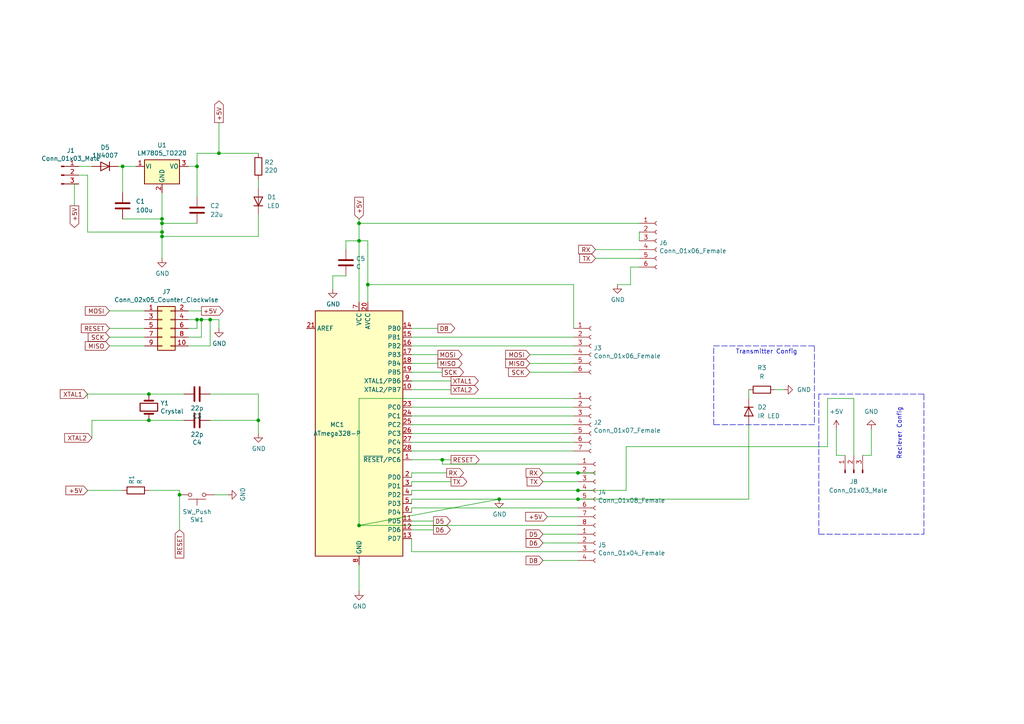
<source format=kicad_sch>
(kicad_sch (version 20211123) (generator eeschema)

  (uuid 55992e35-fe7b-468a-9b7a-1e4dc931b904)

  (paper "A4")

  (title_block
    (title "IR Receiver/Transmitter Circuit")
  )

  (lib_symbols
    (symbol "Connector:Conn_01x03_Male" (pin_names (offset 1.016) hide) (in_bom yes) (on_board yes)
      (property "Reference" "J" (id 0) (at 0 5.08 0)
        (effects (font (size 1.27 1.27)))
      )
      (property "Value" "Conn_01x03_Male" (id 1) (at 0 -5.08 0)
        (effects (font (size 1.27 1.27)))
      )
      (property "Footprint" "" (id 2) (at 0 0 0)
        (effects (font (size 1.27 1.27)) hide)
      )
      (property "Datasheet" "~" (id 3) (at 0 0 0)
        (effects (font (size 1.27 1.27)) hide)
      )
      (property "ki_keywords" "connector" (id 4) (at 0 0 0)
        (effects (font (size 1.27 1.27)) hide)
      )
      (property "ki_description" "Generic connector, single row, 01x03, script generated (kicad-library-utils/schlib/autogen/connector/)" (id 5) (at 0 0 0)
        (effects (font (size 1.27 1.27)) hide)
      )
      (property "ki_fp_filters" "Connector*:*_1x??_*" (id 6) (at 0 0 0)
        (effects (font (size 1.27 1.27)) hide)
      )
      (symbol "Conn_01x03_Male_1_1"
        (polyline
          (pts
            (xy 1.27 -2.54)
            (xy 0.8636 -2.54)
          )
          (stroke (width 0.1524) (type default) (color 0 0 0 0))
          (fill (type none))
        )
        (polyline
          (pts
            (xy 1.27 0)
            (xy 0.8636 0)
          )
          (stroke (width 0.1524) (type default) (color 0 0 0 0))
          (fill (type none))
        )
        (polyline
          (pts
            (xy 1.27 2.54)
            (xy 0.8636 2.54)
          )
          (stroke (width 0.1524) (type default) (color 0 0 0 0))
          (fill (type none))
        )
        (rectangle (start 0.8636 -2.413) (end 0 -2.667)
          (stroke (width 0.1524) (type default) (color 0 0 0 0))
          (fill (type outline))
        )
        (rectangle (start 0.8636 0.127) (end 0 -0.127)
          (stroke (width 0.1524) (type default) (color 0 0 0 0))
          (fill (type outline))
        )
        (rectangle (start 0.8636 2.667) (end 0 2.413)
          (stroke (width 0.1524) (type default) (color 0 0 0 0))
          (fill (type outline))
        )
        (pin passive line (at 5.08 2.54 180) (length 3.81)
          (name "Pin_1" (effects (font (size 1.27 1.27))))
          (number "1" (effects (font (size 1.27 1.27))))
        )
        (pin passive line (at 5.08 0 180) (length 3.81)
          (name "Pin_2" (effects (font (size 1.27 1.27))))
          (number "2" (effects (font (size 1.27 1.27))))
        )
        (pin passive line (at 5.08 -2.54 180) (length 3.81)
          (name "Pin_3" (effects (font (size 1.27 1.27))))
          (number "3" (effects (font (size 1.27 1.27))))
        )
      )
    )
    (symbol "Connector:Conn_01x04_Female" (pin_names (offset 1.016) hide) (in_bom yes) (on_board yes)
      (property "Reference" "J" (id 0) (at 0 5.08 0)
        (effects (font (size 1.27 1.27)))
      )
      (property "Value" "Conn_01x04_Female" (id 1) (at 0 -7.62 0)
        (effects (font (size 1.27 1.27)))
      )
      (property "Footprint" "" (id 2) (at 0 0 0)
        (effects (font (size 1.27 1.27)) hide)
      )
      (property "Datasheet" "~" (id 3) (at 0 0 0)
        (effects (font (size 1.27 1.27)) hide)
      )
      (property "ki_keywords" "connector" (id 4) (at 0 0 0)
        (effects (font (size 1.27 1.27)) hide)
      )
      (property "ki_description" "Generic connector, single row, 01x04, script generated (kicad-library-utils/schlib/autogen/connector/)" (id 5) (at 0 0 0)
        (effects (font (size 1.27 1.27)) hide)
      )
      (property "ki_fp_filters" "Connector*:*_1x??_*" (id 6) (at 0 0 0)
        (effects (font (size 1.27 1.27)) hide)
      )
      (symbol "Conn_01x04_Female_1_1"
        (arc (start 0 -4.572) (mid -0.508 -5.08) (end 0 -5.588)
          (stroke (width 0.1524) (type default) (color 0 0 0 0))
          (fill (type none))
        )
        (arc (start 0 -2.032) (mid -0.508 -2.54) (end 0 -3.048)
          (stroke (width 0.1524) (type default) (color 0 0 0 0))
          (fill (type none))
        )
        (polyline
          (pts
            (xy -1.27 -5.08)
            (xy -0.508 -5.08)
          )
          (stroke (width 0.1524) (type default) (color 0 0 0 0))
          (fill (type none))
        )
        (polyline
          (pts
            (xy -1.27 -2.54)
            (xy -0.508 -2.54)
          )
          (stroke (width 0.1524) (type default) (color 0 0 0 0))
          (fill (type none))
        )
        (polyline
          (pts
            (xy -1.27 0)
            (xy -0.508 0)
          )
          (stroke (width 0.1524) (type default) (color 0 0 0 0))
          (fill (type none))
        )
        (polyline
          (pts
            (xy -1.27 2.54)
            (xy -0.508 2.54)
          )
          (stroke (width 0.1524) (type default) (color 0 0 0 0))
          (fill (type none))
        )
        (arc (start 0 0.508) (mid -0.508 0) (end 0 -0.508)
          (stroke (width 0.1524) (type default) (color 0 0 0 0))
          (fill (type none))
        )
        (arc (start 0 3.048) (mid -0.508 2.54) (end 0 2.032)
          (stroke (width 0.1524) (type default) (color 0 0 0 0))
          (fill (type none))
        )
        (pin passive line (at -5.08 2.54 0) (length 3.81)
          (name "Pin_1" (effects (font (size 1.27 1.27))))
          (number "1" (effects (font (size 1.27 1.27))))
        )
        (pin passive line (at -5.08 0 0) (length 3.81)
          (name "Pin_2" (effects (font (size 1.27 1.27))))
          (number "2" (effects (font (size 1.27 1.27))))
        )
        (pin passive line (at -5.08 -2.54 0) (length 3.81)
          (name "Pin_3" (effects (font (size 1.27 1.27))))
          (number "3" (effects (font (size 1.27 1.27))))
        )
        (pin passive line (at -5.08 -5.08 0) (length 3.81)
          (name "Pin_4" (effects (font (size 1.27 1.27))))
          (number "4" (effects (font (size 1.27 1.27))))
        )
      )
    )
    (symbol "Connector:Conn_01x06_Female" (pin_names (offset 1.016) hide) (in_bom yes) (on_board yes)
      (property "Reference" "J" (id 0) (at 0 7.62 0)
        (effects (font (size 1.27 1.27)))
      )
      (property "Value" "Conn_01x06_Female" (id 1) (at 0 -10.16 0)
        (effects (font (size 1.27 1.27)))
      )
      (property "Footprint" "" (id 2) (at 0 0 0)
        (effects (font (size 1.27 1.27)) hide)
      )
      (property "Datasheet" "~" (id 3) (at 0 0 0)
        (effects (font (size 1.27 1.27)) hide)
      )
      (property "ki_keywords" "connector" (id 4) (at 0 0 0)
        (effects (font (size 1.27 1.27)) hide)
      )
      (property "ki_description" "Generic connector, single row, 01x06, script generated (kicad-library-utils/schlib/autogen/connector/)" (id 5) (at 0 0 0)
        (effects (font (size 1.27 1.27)) hide)
      )
      (property "ki_fp_filters" "Connector*:*_1x??_*" (id 6) (at 0 0 0)
        (effects (font (size 1.27 1.27)) hide)
      )
      (symbol "Conn_01x06_Female_1_1"
        (arc (start 0 -7.112) (mid -0.508 -7.62) (end 0 -8.128)
          (stroke (width 0.1524) (type default) (color 0 0 0 0))
          (fill (type none))
        )
        (arc (start 0 -4.572) (mid -0.508 -5.08) (end 0 -5.588)
          (stroke (width 0.1524) (type default) (color 0 0 0 0))
          (fill (type none))
        )
        (arc (start 0 -2.032) (mid -0.508 -2.54) (end 0 -3.048)
          (stroke (width 0.1524) (type default) (color 0 0 0 0))
          (fill (type none))
        )
        (polyline
          (pts
            (xy -1.27 -7.62)
            (xy -0.508 -7.62)
          )
          (stroke (width 0.1524) (type default) (color 0 0 0 0))
          (fill (type none))
        )
        (polyline
          (pts
            (xy -1.27 -5.08)
            (xy -0.508 -5.08)
          )
          (stroke (width 0.1524) (type default) (color 0 0 0 0))
          (fill (type none))
        )
        (polyline
          (pts
            (xy -1.27 -2.54)
            (xy -0.508 -2.54)
          )
          (stroke (width 0.1524) (type default) (color 0 0 0 0))
          (fill (type none))
        )
        (polyline
          (pts
            (xy -1.27 0)
            (xy -0.508 0)
          )
          (stroke (width 0.1524) (type default) (color 0 0 0 0))
          (fill (type none))
        )
        (polyline
          (pts
            (xy -1.27 2.54)
            (xy -0.508 2.54)
          )
          (stroke (width 0.1524) (type default) (color 0 0 0 0))
          (fill (type none))
        )
        (polyline
          (pts
            (xy -1.27 5.08)
            (xy -0.508 5.08)
          )
          (stroke (width 0.1524) (type default) (color 0 0 0 0))
          (fill (type none))
        )
        (arc (start 0 0.508) (mid -0.508 0) (end 0 -0.508)
          (stroke (width 0.1524) (type default) (color 0 0 0 0))
          (fill (type none))
        )
        (arc (start 0 3.048) (mid -0.508 2.54) (end 0 2.032)
          (stroke (width 0.1524) (type default) (color 0 0 0 0))
          (fill (type none))
        )
        (arc (start 0 5.588) (mid -0.508 5.08) (end 0 4.572)
          (stroke (width 0.1524) (type default) (color 0 0 0 0))
          (fill (type none))
        )
        (pin passive line (at -5.08 5.08 0) (length 3.81)
          (name "Pin_1" (effects (font (size 1.27 1.27))))
          (number "1" (effects (font (size 1.27 1.27))))
        )
        (pin passive line (at -5.08 2.54 0) (length 3.81)
          (name "Pin_2" (effects (font (size 1.27 1.27))))
          (number "2" (effects (font (size 1.27 1.27))))
        )
        (pin passive line (at -5.08 0 0) (length 3.81)
          (name "Pin_3" (effects (font (size 1.27 1.27))))
          (number "3" (effects (font (size 1.27 1.27))))
        )
        (pin passive line (at -5.08 -2.54 0) (length 3.81)
          (name "Pin_4" (effects (font (size 1.27 1.27))))
          (number "4" (effects (font (size 1.27 1.27))))
        )
        (pin passive line (at -5.08 -5.08 0) (length 3.81)
          (name "Pin_5" (effects (font (size 1.27 1.27))))
          (number "5" (effects (font (size 1.27 1.27))))
        )
        (pin passive line (at -5.08 -7.62 0) (length 3.81)
          (name "Pin_6" (effects (font (size 1.27 1.27))))
          (number "6" (effects (font (size 1.27 1.27))))
        )
      )
    )
    (symbol "Connector:Conn_01x07_Female" (pin_names (offset 1.016) hide) (in_bom yes) (on_board yes)
      (property "Reference" "J" (id 0) (at 0 10.16 0)
        (effects (font (size 1.27 1.27)))
      )
      (property "Value" "Conn_01x07_Female" (id 1) (at 0 -10.16 0)
        (effects (font (size 1.27 1.27)))
      )
      (property "Footprint" "" (id 2) (at 0 0 0)
        (effects (font (size 1.27 1.27)) hide)
      )
      (property "Datasheet" "~" (id 3) (at 0 0 0)
        (effects (font (size 1.27 1.27)) hide)
      )
      (property "ki_keywords" "connector" (id 4) (at 0 0 0)
        (effects (font (size 1.27 1.27)) hide)
      )
      (property "ki_description" "Generic connector, single row, 01x07, script generated (kicad-library-utils/schlib/autogen/connector/)" (id 5) (at 0 0 0)
        (effects (font (size 1.27 1.27)) hide)
      )
      (property "ki_fp_filters" "Connector*:*_1x??_*" (id 6) (at 0 0 0)
        (effects (font (size 1.27 1.27)) hide)
      )
      (symbol "Conn_01x07_Female_1_1"
        (arc (start 0 -7.112) (mid -0.508 -7.62) (end 0 -8.128)
          (stroke (width 0.1524) (type default) (color 0 0 0 0))
          (fill (type none))
        )
        (arc (start 0 -4.572) (mid -0.508 -5.08) (end 0 -5.588)
          (stroke (width 0.1524) (type default) (color 0 0 0 0))
          (fill (type none))
        )
        (arc (start 0 -2.032) (mid -0.508 -2.54) (end 0 -3.048)
          (stroke (width 0.1524) (type default) (color 0 0 0 0))
          (fill (type none))
        )
        (polyline
          (pts
            (xy -1.27 -7.62)
            (xy -0.508 -7.62)
          )
          (stroke (width 0.1524) (type default) (color 0 0 0 0))
          (fill (type none))
        )
        (polyline
          (pts
            (xy -1.27 -5.08)
            (xy -0.508 -5.08)
          )
          (stroke (width 0.1524) (type default) (color 0 0 0 0))
          (fill (type none))
        )
        (polyline
          (pts
            (xy -1.27 -2.54)
            (xy -0.508 -2.54)
          )
          (stroke (width 0.1524) (type default) (color 0 0 0 0))
          (fill (type none))
        )
        (polyline
          (pts
            (xy -1.27 0)
            (xy -0.508 0)
          )
          (stroke (width 0.1524) (type default) (color 0 0 0 0))
          (fill (type none))
        )
        (polyline
          (pts
            (xy -1.27 2.54)
            (xy -0.508 2.54)
          )
          (stroke (width 0.1524) (type default) (color 0 0 0 0))
          (fill (type none))
        )
        (polyline
          (pts
            (xy -1.27 5.08)
            (xy -0.508 5.08)
          )
          (stroke (width 0.1524) (type default) (color 0 0 0 0))
          (fill (type none))
        )
        (polyline
          (pts
            (xy -1.27 7.62)
            (xy -0.508 7.62)
          )
          (stroke (width 0.1524) (type default) (color 0 0 0 0))
          (fill (type none))
        )
        (arc (start 0 0.508) (mid -0.508 0) (end 0 -0.508)
          (stroke (width 0.1524) (type default) (color 0 0 0 0))
          (fill (type none))
        )
        (arc (start 0 3.048) (mid -0.508 2.54) (end 0 2.032)
          (stroke (width 0.1524) (type default) (color 0 0 0 0))
          (fill (type none))
        )
        (arc (start 0 5.588) (mid -0.508 5.08) (end 0 4.572)
          (stroke (width 0.1524) (type default) (color 0 0 0 0))
          (fill (type none))
        )
        (arc (start 0 8.128) (mid -0.508 7.62) (end 0 7.112)
          (stroke (width 0.1524) (type default) (color 0 0 0 0))
          (fill (type none))
        )
        (pin passive line (at -5.08 7.62 0) (length 3.81)
          (name "Pin_1" (effects (font (size 1.27 1.27))))
          (number "1" (effects (font (size 1.27 1.27))))
        )
        (pin passive line (at -5.08 5.08 0) (length 3.81)
          (name "Pin_2" (effects (font (size 1.27 1.27))))
          (number "2" (effects (font (size 1.27 1.27))))
        )
        (pin passive line (at -5.08 2.54 0) (length 3.81)
          (name "Pin_3" (effects (font (size 1.27 1.27))))
          (number "3" (effects (font (size 1.27 1.27))))
        )
        (pin passive line (at -5.08 0 0) (length 3.81)
          (name "Pin_4" (effects (font (size 1.27 1.27))))
          (number "4" (effects (font (size 1.27 1.27))))
        )
        (pin passive line (at -5.08 -2.54 0) (length 3.81)
          (name "Pin_5" (effects (font (size 1.27 1.27))))
          (number "5" (effects (font (size 1.27 1.27))))
        )
        (pin passive line (at -5.08 -5.08 0) (length 3.81)
          (name "Pin_6" (effects (font (size 1.27 1.27))))
          (number "6" (effects (font (size 1.27 1.27))))
        )
        (pin passive line (at -5.08 -7.62 0) (length 3.81)
          (name "Pin_7" (effects (font (size 1.27 1.27))))
          (number "7" (effects (font (size 1.27 1.27))))
        )
      )
    )
    (symbol "Connector:Conn_01x08_Female" (pin_names (offset 1.016) hide) (in_bom yes) (on_board yes)
      (property "Reference" "J" (id 0) (at 0 10.16 0)
        (effects (font (size 1.27 1.27)))
      )
      (property "Value" "Conn_01x08_Female" (id 1) (at 0 -12.7 0)
        (effects (font (size 1.27 1.27)))
      )
      (property "Footprint" "" (id 2) (at 0 0 0)
        (effects (font (size 1.27 1.27)) hide)
      )
      (property "Datasheet" "~" (id 3) (at 0 0 0)
        (effects (font (size 1.27 1.27)) hide)
      )
      (property "ki_keywords" "connector" (id 4) (at 0 0 0)
        (effects (font (size 1.27 1.27)) hide)
      )
      (property "ki_description" "Generic connector, single row, 01x08, script generated (kicad-library-utils/schlib/autogen/connector/)" (id 5) (at 0 0 0)
        (effects (font (size 1.27 1.27)) hide)
      )
      (property "ki_fp_filters" "Connector*:*_1x??_*" (id 6) (at 0 0 0)
        (effects (font (size 1.27 1.27)) hide)
      )
      (symbol "Conn_01x08_Female_1_1"
        (arc (start 0 -9.652) (mid -0.508 -10.16) (end 0 -10.668)
          (stroke (width 0.1524) (type default) (color 0 0 0 0))
          (fill (type none))
        )
        (arc (start 0 -7.112) (mid -0.508 -7.62) (end 0 -8.128)
          (stroke (width 0.1524) (type default) (color 0 0 0 0))
          (fill (type none))
        )
        (arc (start 0 -4.572) (mid -0.508 -5.08) (end 0 -5.588)
          (stroke (width 0.1524) (type default) (color 0 0 0 0))
          (fill (type none))
        )
        (arc (start 0 -2.032) (mid -0.508 -2.54) (end 0 -3.048)
          (stroke (width 0.1524) (type default) (color 0 0 0 0))
          (fill (type none))
        )
        (polyline
          (pts
            (xy -1.27 -10.16)
            (xy -0.508 -10.16)
          )
          (stroke (width 0.1524) (type default) (color 0 0 0 0))
          (fill (type none))
        )
        (polyline
          (pts
            (xy -1.27 -7.62)
            (xy -0.508 -7.62)
          )
          (stroke (width 0.1524) (type default) (color 0 0 0 0))
          (fill (type none))
        )
        (polyline
          (pts
            (xy -1.27 -5.08)
            (xy -0.508 -5.08)
          )
          (stroke (width 0.1524) (type default) (color 0 0 0 0))
          (fill (type none))
        )
        (polyline
          (pts
            (xy -1.27 -2.54)
            (xy -0.508 -2.54)
          )
          (stroke (width 0.1524) (type default) (color 0 0 0 0))
          (fill (type none))
        )
        (polyline
          (pts
            (xy -1.27 0)
            (xy -0.508 0)
          )
          (stroke (width 0.1524) (type default) (color 0 0 0 0))
          (fill (type none))
        )
        (polyline
          (pts
            (xy -1.27 2.54)
            (xy -0.508 2.54)
          )
          (stroke (width 0.1524) (type default) (color 0 0 0 0))
          (fill (type none))
        )
        (polyline
          (pts
            (xy -1.27 5.08)
            (xy -0.508 5.08)
          )
          (stroke (width 0.1524) (type default) (color 0 0 0 0))
          (fill (type none))
        )
        (polyline
          (pts
            (xy -1.27 7.62)
            (xy -0.508 7.62)
          )
          (stroke (width 0.1524) (type default) (color 0 0 0 0))
          (fill (type none))
        )
        (arc (start 0 0.508) (mid -0.508 0) (end 0 -0.508)
          (stroke (width 0.1524) (type default) (color 0 0 0 0))
          (fill (type none))
        )
        (arc (start 0 3.048) (mid -0.508 2.54) (end 0 2.032)
          (stroke (width 0.1524) (type default) (color 0 0 0 0))
          (fill (type none))
        )
        (arc (start 0 5.588) (mid -0.508 5.08) (end 0 4.572)
          (stroke (width 0.1524) (type default) (color 0 0 0 0))
          (fill (type none))
        )
        (arc (start 0 8.128) (mid -0.508 7.62) (end 0 7.112)
          (stroke (width 0.1524) (type default) (color 0 0 0 0))
          (fill (type none))
        )
        (pin passive line (at -5.08 7.62 0) (length 3.81)
          (name "Pin_1" (effects (font (size 1.27 1.27))))
          (number "1" (effects (font (size 1.27 1.27))))
        )
        (pin passive line (at -5.08 5.08 0) (length 3.81)
          (name "Pin_2" (effects (font (size 1.27 1.27))))
          (number "2" (effects (font (size 1.27 1.27))))
        )
        (pin passive line (at -5.08 2.54 0) (length 3.81)
          (name "Pin_3" (effects (font (size 1.27 1.27))))
          (number "3" (effects (font (size 1.27 1.27))))
        )
        (pin passive line (at -5.08 0 0) (length 3.81)
          (name "Pin_4" (effects (font (size 1.27 1.27))))
          (number "4" (effects (font (size 1.27 1.27))))
        )
        (pin passive line (at -5.08 -2.54 0) (length 3.81)
          (name "Pin_5" (effects (font (size 1.27 1.27))))
          (number "5" (effects (font (size 1.27 1.27))))
        )
        (pin passive line (at -5.08 -5.08 0) (length 3.81)
          (name "Pin_6" (effects (font (size 1.27 1.27))))
          (number "6" (effects (font (size 1.27 1.27))))
        )
        (pin passive line (at -5.08 -7.62 0) (length 3.81)
          (name "Pin_7" (effects (font (size 1.27 1.27))))
          (number "7" (effects (font (size 1.27 1.27))))
        )
        (pin passive line (at -5.08 -10.16 0) (length 3.81)
          (name "Pin_8" (effects (font (size 1.27 1.27))))
          (number "8" (effects (font (size 1.27 1.27))))
        )
      )
    )
    (symbol "Connector_Generic:Conn_02x05_Odd_Even" (pin_names (offset 1.016) hide) (in_bom yes) (on_board yes)
      (property "Reference" "J" (id 0) (at 1.27 7.62 0)
        (effects (font (size 1.27 1.27)))
      )
      (property "Value" "Conn_02x05_Odd_Even" (id 1) (at 1.27 -7.62 0)
        (effects (font (size 1.27 1.27)))
      )
      (property "Footprint" "" (id 2) (at 0 0 0)
        (effects (font (size 1.27 1.27)) hide)
      )
      (property "Datasheet" "~" (id 3) (at 0 0 0)
        (effects (font (size 1.27 1.27)) hide)
      )
      (property "ki_keywords" "connector" (id 4) (at 0 0 0)
        (effects (font (size 1.27 1.27)) hide)
      )
      (property "ki_description" "Generic connector, double row, 02x05, odd/even pin numbering scheme (row 1 odd numbers, row 2 even numbers), script generated (kicad-library-utils/schlib/autogen/connector/)" (id 5) (at 0 0 0)
        (effects (font (size 1.27 1.27)) hide)
      )
      (property "ki_fp_filters" "Connector*:*_2x??_*" (id 6) (at 0 0 0)
        (effects (font (size 1.27 1.27)) hide)
      )
      (symbol "Conn_02x05_Odd_Even_1_1"
        (rectangle (start -1.27 -4.953) (end 0 -5.207)
          (stroke (width 0.1524) (type default) (color 0 0 0 0))
          (fill (type none))
        )
        (rectangle (start -1.27 -2.413) (end 0 -2.667)
          (stroke (width 0.1524) (type default) (color 0 0 0 0))
          (fill (type none))
        )
        (rectangle (start -1.27 0.127) (end 0 -0.127)
          (stroke (width 0.1524) (type default) (color 0 0 0 0))
          (fill (type none))
        )
        (rectangle (start -1.27 2.667) (end 0 2.413)
          (stroke (width 0.1524) (type default) (color 0 0 0 0))
          (fill (type none))
        )
        (rectangle (start -1.27 5.207) (end 0 4.953)
          (stroke (width 0.1524) (type default) (color 0 0 0 0))
          (fill (type none))
        )
        (rectangle (start -1.27 6.35) (end 3.81 -6.35)
          (stroke (width 0.254) (type default) (color 0 0 0 0))
          (fill (type background))
        )
        (rectangle (start 3.81 -4.953) (end 2.54 -5.207)
          (stroke (width 0.1524) (type default) (color 0 0 0 0))
          (fill (type none))
        )
        (rectangle (start 3.81 -2.413) (end 2.54 -2.667)
          (stroke (width 0.1524) (type default) (color 0 0 0 0))
          (fill (type none))
        )
        (rectangle (start 3.81 0.127) (end 2.54 -0.127)
          (stroke (width 0.1524) (type default) (color 0 0 0 0))
          (fill (type none))
        )
        (rectangle (start 3.81 2.667) (end 2.54 2.413)
          (stroke (width 0.1524) (type default) (color 0 0 0 0))
          (fill (type none))
        )
        (rectangle (start 3.81 5.207) (end 2.54 4.953)
          (stroke (width 0.1524) (type default) (color 0 0 0 0))
          (fill (type none))
        )
        (pin passive line (at -5.08 5.08 0) (length 3.81)
          (name "Pin_1" (effects (font (size 1.27 1.27))))
          (number "1" (effects (font (size 1.27 1.27))))
        )
        (pin passive line (at 7.62 -5.08 180) (length 3.81)
          (name "Pin_10" (effects (font (size 1.27 1.27))))
          (number "10" (effects (font (size 1.27 1.27))))
        )
        (pin passive line (at 7.62 5.08 180) (length 3.81)
          (name "Pin_2" (effects (font (size 1.27 1.27))))
          (number "2" (effects (font (size 1.27 1.27))))
        )
        (pin passive line (at -5.08 2.54 0) (length 3.81)
          (name "Pin_3" (effects (font (size 1.27 1.27))))
          (number "3" (effects (font (size 1.27 1.27))))
        )
        (pin passive line (at 7.62 2.54 180) (length 3.81)
          (name "Pin_4" (effects (font (size 1.27 1.27))))
          (number "4" (effects (font (size 1.27 1.27))))
        )
        (pin passive line (at -5.08 0 0) (length 3.81)
          (name "Pin_5" (effects (font (size 1.27 1.27))))
          (number "5" (effects (font (size 1.27 1.27))))
        )
        (pin passive line (at 7.62 0 180) (length 3.81)
          (name "Pin_6" (effects (font (size 1.27 1.27))))
          (number "6" (effects (font (size 1.27 1.27))))
        )
        (pin passive line (at -5.08 -2.54 0) (length 3.81)
          (name "Pin_7" (effects (font (size 1.27 1.27))))
          (number "7" (effects (font (size 1.27 1.27))))
        )
        (pin passive line (at 7.62 -2.54 180) (length 3.81)
          (name "Pin_8" (effects (font (size 1.27 1.27))))
          (number "8" (effects (font (size 1.27 1.27))))
        )
        (pin passive line (at -5.08 -5.08 0) (length 3.81)
          (name "Pin_9" (effects (font (size 1.27 1.27))))
          (number "9" (effects (font (size 1.27 1.27))))
        )
      )
    )
    (symbol "Device:C" (pin_numbers hide) (pin_names (offset 0.254)) (in_bom yes) (on_board yes)
      (property "Reference" "C" (id 0) (at 0.635 2.54 0)
        (effects (font (size 1.27 1.27)) (justify left))
      )
      (property "Value" "C" (id 1) (at 0.635 -2.54 0)
        (effects (font (size 1.27 1.27)) (justify left))
      )
      (property "Footprint" "" (id 2) (at 0.9652 -3.81 0)
        (effects (font (size 1.27 1.27)) hide)
      )
      (property "Datasheet" "~" (id 3) (at 0 0 0)
        (effects (font (size 1.27 1.27)) hide)
      )
      (property "ki_keywords" "cap capacitor" (id 4) (at 0 0 0)
        (effects (font (size 1.27 1.27)) hide)
      )
      (property "ki_description" "Unpolarized capacitor" (id 5) (at 0 0 0)
        (effects (font (size 1.27 1.27)) hide)
      )
      (property "ki_fp_filters" "C_*" (id 6) (at 0 0 0)
        (effects (font (size 1.27 1.27)) hide)
      )
      (symbol "C_0_1"
        (polyline
          (pts
            (xy -2.032 -0.762)
            (xy 2.032 -0.762)
          )
          (stroke (width 0.508) (type default) (color 0 0 0 0))
          (fill (type none))
        )
        (polyline
          (pts
            (xy -2.032 0.762)
            (xy 2.032 0.762)
          )
          (stroke (width 0.508) (type default) (color 0 0 0 0))
          (fill (type none))
        )
      )
      (symbol "C_1_1"
        (pin passive line (at 0 3.81 270) (length 2.794)
          (name "~" (effects (font (size 1.27 1.27))))
          (number "1" (effects (font (size 1.27 1.27))))
        )
        (pin passive line (at 0 -3.81 90) (length 2.794)
          (name "~" (effects (font (size 1.27 1.27))))
          (number "2" (effects (font (size 1.27 1.27))))
        )
      )
    )
    (symbol "Device:Crystal" (pin_numbers hide) (pin_names (offset 1.016) hide) (in_bom yes) (on_board yes)
      (property "Reference" "Y" (id 0) (at 0 3.81 0)
        (effects (font (size 1.27 1.27)))
      )
      (property "Value" "Crystal" (id 1) (at 0 -3.81 0)
        (effects (font (size 1.27 1.27)))
      )
      (property "Footprint" "" (id 2) (at 0 0 0)
        (effects (font (size 1.27 1.27)) hide)
      )
      (property "Datasheet" "~" (id 3) (at 0 0 0)
        (effects (font (size 1.27 1.27)) hide)
      )
      (property "ki_keywords" "quartz ceramic resonator oscillator" (id 4) (at 0 0 0)
        (effects (font (size 1.27 1.27)) hide)
      )
      (property "ki_description" "Two pin crystal" (id 5) (at 0 0 0)
        (effects (font (size 1.27 1.27)) hide)
      )
      (property "ki_fp_filters" "Crystal*" (id 6) (at 0 0 0)
        (effects (font (size 1.27 1.27)) hide)
      )
      (symbol "Crystal_0_1"
        (rectangle (start -1.143 2.54) (end 1.143 -2.54)
          (stroke (width 0.3048) (type default) (color 0 0 0 0))
          (fill (type none))
        )
        (polyline
          (pts
            (xy -2.54 0)
            (xy -1.905 0)
          )
          (stroke (width 0) (type default) (color 0 0 0 0))
          (fill (type none))
        )
        (polyline
          (pts
            (xy -1.905 -1.27)
            (xy -1.905 1.27)
          )
          (stroke (width 0.508) (type default) (color 0 0 0 0))
          (fill (type none))
        )
        (polyline
          (pts
            (xy 1.905 -1.27)
            (xy 1.905 1.27)
          )
          (stroke (width 0.508) (type default) (color 0 0 0 0))
          (fill (type none))
        )
        (polyline
          (pts
            (xy 2.54 0)
            (xy 1.905 0)
          )
          (stroke (width 0) (type default) (color 0 0 0 0))
          (fill (type none))
        )
      )
      (symbol "Crystal_1_1"
        (pin passive line (at -3.81 0 0) (length 1.27)
          (name "1" (effects (font (size 1.27 1.27))))
          (number "1" (effects (font (size 1.27 1.27))))
        )
        (pin passive line (at 3.81 0 180) (length 1.27)
          (name "2" (effects (font (size 1.27 1.27))))
          (number "2" (effects (font (size 1.27 1.27))))
        )
      )
    )
    (symbol "Device:D" (pin_numbers hide) (pin_names (offset 1.016) hide) (in_bom yes) (on_board yes)
      (property "Reference" "D" (id 0) (at 0 2.54 0)
        (effects (font (size 1.27 1.27)))
      )
      (property "Value" "D" (id 1) (at 0 -2.54 0)
        (effects (font (size 1.27 1.27)))
      )
      (property "Footprint" "" (id 2) (at 0 0 0)
        (effects (font (size 1.27 1.27)) hide)
      )
      (property "Datasheet" "~" (id 3) (at 0 0 0)
        (effects (font (size 1.27 1.27)) hide)
      )
      (property "ki_keywords" "diode" (id 4) (at 0 0 0)
        (effects (font (size 1.27 1.27)) hide)
      )
      (property "ki_description" "Diode" (id 5) (at 0 0 0)
        (effects (font (size 1.27 1.27)) hide)
      )
      (property "ki_fp_filters" "TO-???* *_Diode_* *SingleDiode* D_*" (id 6) (at 0 0 0)
        (effects (font (size 1.27 1.27)) hide)
      )
      (symbol "D_0_1"
        (polyline
          (pts
            (xy -1.27 1.27)
            (xy -1.27 -1.27)
          )
          (stroke (width 0.254) (type default) (color 0 0 0 0))
          (fill (type none))
        )
        (polyline
          (pts
            (xy 1.27 0)
            (xy -1.27 0)
          )
          (stroke (width 0) (type default) (color 0 0 0 0))
          (fill (type none))
        )
        (polyline
          (pts
            (xy 1.27 1.27)
            (xy 1.27 -1.27)
            (xy -1.27 0)
            (xy 1.27 1.27)
          )
          (stroke (width 0.254) (type default) (color 0 0 0 0))
          (fill (type none))
        )
      )
      (symbol "D_1_1"
        (pin passive line (at -3.81 0 0) (length 2.54)
          (name "K" (effects (font (size 1.27 1.27))))
          (number "1" (effects (font (size 1.27 1.27))))
        )
        (pin passive line (at 3.81 0 180) (length 2.54)
          (name "A" (effects (font (size 1.27 1.27))))
          (number "2" (effects (font (size 1.27 1.27))))
        )
      )
    )
    (symbol "Device:R" (pin_numbers hide) (pin_names (offset 0)) (in_bom yes) (on_board yes)
      (property "Reference" "R" (id 0) (at 2.032 0 90)
        (effects (font (size 1.27 1.27)))
      )
      (property "Value" "R" (id 1) (at 0 0 90)
        (effects (font (size 1.27 1.27)))
      )
      (property "Footprint" "" (id 2) (at -1.778 0 90)
        (effects (font (size 1.27 1.27)) hide)
      )
      (property "Datasheet" "~" (id 3) (at 0 0 0)
        (effects (font (size 1.27 1.27)) hide)
      )
      (property "ki_keywords" "R res resistor" (id 4) (at 0 0 0)
        (effects (font (size 1.27 1.27)) hide)
      )
      (property "ki_description" "Resistor" (id 5) (at 0 0 0)
        (effects (font (size 1.27 1.27)) hide)
      )
      (property "ki_fp_filters" "R_*" (id 6) (at 0 0 0)
        (effects (font (size 1.27 1.27)) hide)
      )
      (symbol "R_0_1"
        (rectangle (start -1.016 -2.54) (end 1.016 2.54)
          (stroke (width 0.254) (type default) (color 0 0 0 0))
          (fill (type none))
        )
      )
      (symbol "R_1_1"
        (pin passive line (at 0 3.81 270) (length 1.27)
          (name "~" (effects (font (size 1.27 1.27))))
          (number "1" (effects (font (size 1.27 1.27))))
        )
        (pin passive line (at 0 -3.81 90) (length 1.27)
          (name "~" (effects (font (size 1.27 1.27))))
          (number "2" (effects (font (size 1.27 1.27))))
        )
      )
    )
    (symbol "Diode:1N4007" (pin_numbers hide) (pin_names (offset 1.016) hide) (in_bom yes) (on_board yes)
      (property "Reference" "D" (id 0) (at 0 2.54 0)
        (effects (font (size 1.27 1.27)))
      )
      (property "Value" "1N4007" (id 1) (at 0 -2.54 0)
        (effects (font (size 1.27 1.27)))
      )
      (property "Footprint" "Diode_THT:D_DO-41_SOD81_P10.16mm_Horizontal" (id 2) (at 0 -4.445 0)
        (effects (font (size 1.27 1.27)) hide)
      )
      (property "Datasheet" "http://www.vishay.com/docs/88503/1n4001.pdf" (id 3) (at 0 0 0)
        (effects (font (size 1.27 1.27)) hide)
      )
      (property "ki_keywords" "diode" (id 4) (at 0 0 0)
        (effects (font (size 1.27 1.27)) hide)
      )
      (property "ki_description" "1000V 1A General Purpose Rectifier Diode, DO-41" (id 5) (at 0 0 0)
        (effects (font (size 1.27 1.27)) hide)
      )
      (property "ki_fp_filters" "D*DO?41*" (id 6) (at 0 0 0)
        (effects (font (size 1.27 1.27)) hide)
      )
      (symbol "1N4007_0_1"
        (polyline
          (pts
            (xy -1.27 1.27)
            (xy -1.27 -1.27)
          )
          (stroke (width 0.254) (type default) (color 0 0 0 0))
          (fill (type none))
        )
        (polyline
          (pts
            (xy 1.27 0)
            (xy -1.27 0)
          )
          (stroke (width 0) (type default) (color 0 0 0 0))
          (fill (type none))
        )
        (polyline
          (pts
            (xy 1.27 1.27)
            (xy 1.27 -1.27)
            (xy -1.27 0)
            (xy 1.27 1.27)
          )
          (stroke (width 0.254) (type default) (color 0 0 0 0))
          (fill (type none))
        )
      )
      (symbol "1N4007_1_1"
        (pin passive line (at -3.81 0 0) (length 2.54)
          (name "K" (effects (font (size 1.27 1.27))))
          (number "1" (effects (font (size 1.27 1.27))))
        )
        (pin passive line (at 3.81 0 180) (length 2.54)
          (name "A" (effects (font (size 1.27 1.27))))
          (number "2" (effects (font (size 1.27 1.27))))
        )
      )
    )
    (symbol "MCU_Microchip_ATmega:ATmega328-P" (in_bom yes) (on_board yes)
      (property "Reference" "U" (id 0) (at -12.7 36.83 0)
        (effects (font (size 1.27 1.27)) (justify left bottom))
      )
      (property "Value" "ATmega328-P" (id 1) (at 2.54 -36.83 0)
        (effects (font (size 1.27 1.27)) (justify left top))
      )
      (property "Footprint" "Package_DIP:DIP-28_W7.62mm" (id 2) (at 0 0 0)
        (effects (font (size 1.27 1.27) italic) hide)
      )
      (property "Datasheet" "http://ww1.microchip.com/downloads/en/DeviceDoc/ATmega328_P%20AVR%20MCU%20with%20picoPower%20Technology%20Data%20Sheet%2040001984A.pdf" (id 3) (at 0 0 0)
        (effects (font (size 1.27 1.27)) hide)
      )
      (property "ki_keywords" "AVR 8bit Microcontroller MegaAVR" (id 4) (at 0 0 0)
        (effects (font (size 1.27 1.27)) hide)
      )
      (property "ki_description" "20MHz, 32kB Flash, 2kB SRAM, 1kB EEPROM, DIP-28" (id 5) (at 0 0 0)
        (effects (font (size 1.27 1.27)) hide)
      )
      (property "ki_fp_filters" "DIP*W7.62mm*" (id 6) (at 0 0 0)
        (effects (font (size 1.27 1.27)) hide)
      )
      (symbol "ATmega328-P_0_1"
        (rectangle (start -12.7 -35.56) (end 12.7 35.56)
          (stroke (width 0.254) (type default) (color 0 0 0 0))
          (fill (type background))
        )
      )
      (symbol "ATmega328-P_1_1"
        (pin bidirectional line (at 15.24 -7.62 180) (length 2.54)
          (name "~{RESET}/PC6" (effects (font (size 1.27 1.27))))
          (number "1" (effects (font (size 1.27 1.27))))
        )
        (pin bidirectional line (at 15.24 12.7 180) (length 2.54)
          (name "XTAL2/PB7" (effects (font (size 1.27 1.27))))
          (number "10" (effects (font (size 1.27 1.27))))
        )
        (pin bidirectional line (at 15.24 -25.4 180) (length 2.54)
          (name "PD5" (effects (font (size 1.27 1.27))))
          (number "11" (effects (font (size 1.27 1.27))))
        )
        (pin bidirectional line (at 15.24 -27.94 180) (length 2.54)
          (name "PD6" (effects (font (size 1.27 1.27))))
          (number "12" (effects (font (size 1.27 1.27))))
        )
        (pin bidirectional line (at 15.24 -30.48 180) (length 2.54)
          (name "PD7" (effects (font (size 1.27 1.27))))
          (number "13" (effects (font (size 1.27 1.27))))
        )
        (pin bidirectional line (at 15.24 30.48 180) (length 2.54)
          (name "PB0" (effects (font (size 1.27 1.27))))
          (number "14" (effects (font (size 1.27 1.27))))
        )
        (pin bidirectional line (at 15.24 27.94 180) (length 2.54)
          (name "PB1" (effects (font (size 1.27 1.27))))
          (number "15" (effects (font (size 1.27 1.27))))
        )
        (pin bidirectional line (at 15.24 25.4 180) (length 2.54)
          (name "PB2" (effects (font (size 1.27 1.27))))
          (number "16" (effects (font (size 1.27 1.27))))
        )
        (pin bidirectional line (at 15.24 22.86 180) (length 2.54)
          (name "PB3" (effects (font (size 1.27 1.27))))
          (number "17" (effects (font (size 1.27 1.27))))
        )
        (pin bidirectional line (at 15.24 20.32 180) (length 2.54)
          (name "PB4" (effects (font (size 1.27 1.27))))
          (number "18" (effects (font (size 1.27 1.27))))
        )
        (pin bidirectional line (at 15.24 17.78 180) (length 2.54)
          (name "PB5" (effects (font (size 1.27 1.27))))
          (number "19" (effects (font (size 1.27 1.27))))
        )
        (pin bidirectional line (at 15.24 -12.7 180) (length 2.54)
          (name "PD0" (effects (font (size 1.27 1.27))))
          (number "2" (effects (font (size 1.27 1.27))))
        )
        (pin power_in line (at 2.54 38.1 270) (length 2.54)
          (name "AVCC" (effects (font (size 1.27 1.27))))
          (number "20" (effects (font (size 1.27 1.27))))
        )
        (pin passive line (at -15.24 30.48 0) (length 2.54)
          (name "AREF" (effects (font (size 1.27 1.27))))
          (number "21" (effects (font (size 1.27 1.27))))
        )
        (pin passive line (at 0 -38.1 90) (length 2.54) hide
          (name "GND" (effects (font (size 1.27 1.27))))
          (number "22" (effects (font (size 1.27 1.27))))
        )
        (pin bidirectional line (at 15.24 7.62 180) (length 2.54)
          (name "PC0" (effects (font (size 1.27 1.27))))
          (number "23" (effects (font (size 1.27 1.27))))
        )
        (pin bidirectional line (at 15.24 5.08 180) (length 2.54)
          (name "PC1" (effects (font (size 1.27 1.27))))
          (number "24" (effects (font (size 1.27 1.27))))
        )
        (pin bidirectional line (at 15.24 2.54 180) (length 2.54)
          (name "PC2" (effects (font (size 1.27 1.27))))
          (number "25" (effects (font (size 1.27 1.27))))
        )
        (pin bidirectional line (at 15.24 0 180) (length 2.54)
          (name "PC3" (effects (font (size 1.27 1.27))))
          (number "26" (effects (font (size 1.27 1.27))))
        )
        (pin bidirectional line (at 15.24 -2.54 180) (length 2.54)
          (name "PC4" (effects (font (size 1.27 1.27))))
          (number "27" (effects (font (size 1.27 1.27))))
        )
        (pin bidirectional line (at 15.24 -5.08 180) (length 2.54)
          (name "PC5" (effects (font (size 1.27 1.27))))
          (number "28" (effects (font (size 1.27 1.27))))
        )
        (pin bidirectional line (at 15.24 -15.24 180) (length 2.54)
          (name "PD1" (effects (font (size 1.27 1.27))))
          (number "3" (effects (font (size 1.27 1.27))))
        )
        (pin bidirectional line (at 15.24 -17.78 180) (length 2.54)
          (name "PD2" (effects (font (size 1.27 1.27))))
          (number "4" (effects (font (size 1.27 1.27))))
        )
        (pin bidirectional line (at 15.24 -20.32 180) (length 2.54)
          (name "PD3" (effects (font (size 1.27 1.27))))
          (number "5" (effects (font (size 1.27 1.27))))
        )
        (pin bidirectional line (at 15.24 -22.86 180) (length 2.54)
          (name "PD4" (effects (font (size 1.27 1.27))))
          (number "6" (effects (font (size 1.27 1.27))))
        )
        (pin power_in line (at 0 38.1 270) (length 2.54)
          (name "VCC" (effects (font (size 1.27 1.27))))
          (number "7" (effects (font (size 1.27 1.27))))
        )
        (pin power_in line (at 0 -38.1 90) (length 2.54)
          (name "GND" (effects (font (size 1.27 1.27))))
          (number "8" (effects (font (size 1.27 1.27))))
        )
        (pin bidirectional line (at 15.24 15.24 180) (length 2.54)
          (name "XTAL1/PB6" (effects (font (size 1.27 1.27))))
          (number "9" (effects (font (size 1.27 1.27))))
        )
      )
    )
    (symbol "Regulator_Linear:LM7805_TO220" (pin_names (offset 0.254)) (in_bom yes) (on_board yes)
      (property "Reference" "U" (id 0) (at -3.81 3.175 0)
        (effects (font (size 1.27 1.27)))
      )
      (property "Value" "LM7805_TO220" (id 1) (at 0 3.175 0)
        (effects (font (size 1.27 1.27)) (justify left))
      )
      (property "Footprint" "Package_TO_SOT_THT:TO-220-3_Vertical" (id 2) (at 0 5.715 0)
        (effects (font (size 1.27 1.27) italic) hide)
      )
      (property "Datasheet" "https://www.onsemi.cn/PowerSolutions/document/MC7800-D.PDF" (id 3) (at 0 -1.27 0)
        (effects (font (size 1.27 1.27)) hide)
      )
      (property "ki_keywords" "Voltage Regulator 1A Positive" (id 4) (at 0 0 0)
        (effects (font (size 1.27 1.27)) hide)
      )
      (property "ki_description" "Positive 1A 35V Linear Regulator, Fixed Output 5V, TO-220" (id 5) (at 0 0 0)
        (effects (font (size 1.27 1.27)) hide)
      )
      (property "ki_fp_filters" "TO?220*" (id 6) (at 0 0 0)
        (effects (font (size 1.27 1.27)) hide)
      )
      (symbol "LM7805_TO220_0_1"
        (rectangle (start -5.08 1.905) (end 5.08 -5.08)
          (stroke (width 0.254) (type default) (color 0 0 0 0))
          (fill (type background))
        )
      )
      (symbol "LM7805_TO220_1_1"
        (pin power_in line (at -7.62 0 0) (length 2.54)
          (name "VI" (effects (font (size 1.27 1.27))))
          (number "1" (effects (font (size 1.27 1.27))))
        )
        (pin power_in line (at 0 -7.62 90) (length 2.54)
          (name "GND" (effects (font (size 1.27 1.27))))
          (number "2" (effects (font (size 1.27 1.27))))
        )
        (pin power_out line (at 7.62 0 180) (length 2.54)
          (name "VO" (effects (font (size 1.27 1.27))))
          (number "3" (effects (font (size 1.27 1.27))))
        )
      )
    )
    (symbol "Switch:SW_Push" (pin_numbers hide) (pin_names (offset 1.016) hide) (in_bom yes) (on_board yes)
      (property "Reference" "SW" (id 0) (at 1.27 2.54 0)
        (effects (font (size 1.27 1.27)) (justify left))
      )
      (property "Value" "SW_Push" (id 1) (at 0 -1.524 0)
        (effects (font (size 1.27 1.27)))
      )
      (property "Footprint" "" (id 2) (at 0 5.08 0)
        (effects (font (size 1.27 1.27)) hide)
      )
      (property "Datasheet" "~" (id 3) (at 0 5.08 0)
        (effects (font (size 1.27 1.27)) hide)
      )
      (property "ki_keywords" "switch normally-open pushbutton push-button" (id 4) (at 0 0 0)
        (effects (font (size 1.27 1.27)) hide)
      )
      (property "ki_description" "Push button switch, generic, two pins" (id 5) (at 0 0 0)
        (effects (font (size 1.27 1.27)) hide)
      )
      (symbol "SW_Push_0_1"
        (circle (center -2.032 0) (radius 0.508)
          (stroke (width 0) (type default) (color 0 0 0 0))
          (fill (type none))
        )
        (polyline
          (pts
            (xy 0 1.27)
            (xy 0 3.048)
          )
          (stroke (width 0) (type default) (color 0 0 0 0))
          (fill (type none))
        )
        (polyline
          (pts
            (xy 2.54 1.27)
            (xy -2.54 1.27)
          )
          (stroke (width 0) (type default) (color 0 0 0 0))
          (fill (type none))
        )
        (circle (center 2.032 0) (radius 0.508)
          (stroke (width 0) (type default) (color 0 0 0 0))
          (fill (type none))
        )
        (pin passive line (at -5.08 0 0) (length 2.54)
          (name "1" (effects (font (size 1.27 1.27))))
          (number "1" (effects (font (size 1.27 1.27))))
        )
        (pin passive line (at 5.08 0 180) (length 2.54)
          (name "2" (effects (font (size 1.27 1.27))))
          (number "2" (effects (font (size 1.27 1.27))))
        )
      )
    )
    (symbol "power:+5V" (power) (pin_names (offset 0)) (in_bom yes) (on_board yes)
      (property "Reference" "#PWR" (id 0) (at 0 -3.81 0)
        (effects (font (size 1.27 1.27)) hide)
      )
      (property "Value" "+5V" (id 1) (at 0 3.556 0)
        (effects (font (size 1.27 1.27)))
      )
      (property "Footprint" "" (id 2) (at 0 0 0)
        (effects (font (size 1.27 1.27)) hide)
      )
      (property "Datasheet" "" (id 3) (at 0 0 0)
        (effects (font (size 1.27 1.27)) hide)
      )
      (property "ki_keywords" "power-flag" (id 4) (at 0 0 0)
        (effects (font (size 1.27 1.27)) hide)
      )
      (property "ki_description" "Power symbol creates a global label with name \"+5V\"" (id 5) (at 0 0 0)
        (effects (font (size 1.27 1.27)) hide)
      )
      (symbol "+5V_0_1"
        (polyline
          (pts
            (xy -0.762 1.27)
            (xy 0 2.54)
          )
          (stroke (width 0) (type default) (color 0 0 0 0))
          (fill (type none))
        )
        (polyline
          (pts
            (xy 0 0)
            (xy 0 2.54)
          )
          (stroke (width 0) (type default) (color 0 0 0 0))
          (fill (type none))
        )
        (polyline
          (pts
            (xy 0 2.54)
            (xy 0.762 1.27)
          )
          (stroke (width 0) (type default) (color 0 0 0 0))
          (fill (type none))
        )
      )
      (symbol "+5V_1_1"
        (pin power_in line (at 0 0 90) (length 0) hide
          (name "+5V" (effects (font (size 1.27 1.27))))
          (number "1" (effects (font (size 1.27 1.27))))
        )
      )
    )
    (symbol "power:GND" (power) (pin_names (offset 0)) (in_bom yes) (on_board yes)
      (property "Reference" "#PWR" (id 0) (at 0 -6.35 0)
        (effects (font (size 1.27 1.27)) hide)
      )
      (property "Value" "GND" (id 1) (at 0 -3.81 0)
        (effects (font (size 1.27 1.27)))
      )
      (property "Footprint" "" (id 2) (at 0 0 0)
        (effects (font (size 1.27 1.27)) hide)
      )
      (property "Datasheet" "" (id 3) (at 0 0 0)
        (effects (font (size 1.27 1.27)) hide)
      )
      (property "ki_keywords" "power-flag" (id 4) (at 0 0 0)
        (effects (font (size 1.27 1.27)) hide)
      )
      (property "ki_description" "Power symbol creates a global label with name \"GND\" , ground" (id 5) (at 0 0 0)
        (effects (font (size 1.27 1.27)) hide)
      )
      (symbol "GND_0_1"
        (polyline
          (pts
            (xy 0 0)
            (xy 0 -1.27)
            (xy 1.27 -1.27)
            (xy 0 -2.54)
            (xy -1.27 -1.27)
            (xy 0 -1.27)
          )
          (stroke (width 0) (type default) (color 0 0 0 0))
          (fill (type none))
        )
      )
      (symbol "GND_1_1"
        (pin power_in line (at 0 0 270) (length 0) hide
          (name "GND" (effects (font (size 1.27 1.27))))
          (number "1" (effects (font (size 1.27 1.27))))
        )
      )
    )
  )

  (junction (at 167.64 144.78) (diameter 0) (color 0 0 0 0)
    (uuid 06000e59-7466-4f4a-b94f-5e9585054477)
  )
  (junction (at 74.93 121.92) (diameter 0) (color 0 0 0 0)
    (uuid 0f22151c-f260-4674-b486-4710a2c42a55)
  )
  (junction (at 43.18 114.3) (diameter 0) (color 0 0 0 0)
    (uuid 127679a9-3981-4934-815e-896a4e3ff56e)
  )
  (junction (at 57.15 92.71) (diameter 0) (color 0 0 0 0)
    (uuid 240e5dac-6242-47a5-bbef-f76d11c715c0)
  )
  (junction (at 60.96 92.71) (diameter 0) (color 0 0 0 0)
    (uuid 275aa44a-b61f-489f-9e2a-819a0fe0d1eb)
  )
  (junction (at 46.99 68.58) (diameter 0) (color 0 0 0 0)
    (uuid 30f15357-ce1d-48b9-93dc-7d9b1b2aa048)
  )
  (junction (at 167.64 142.24) (diameter 0) (color 0 0 0 0)
    (uuid 3382d937-1f13-4244-9c4a-9b654811a3d6)
  )
  (junction (at 58.42 92.71) (diameter 0) (color 0 0 0 0)
    (uuid 37e8181c-a81e-498b-b2e2-0aef0c391059)
  )
  (junction (at 63.5 44.45) (diameter 0) (color 0 0 0 0)
    (uuid 44d8279a-9cd1-4db6-856f-0363131605fc)
  )
  (junction (at 106.68 82.55) (diameter 0) (color 0 0 0 0)
    (uuid 66043bca-a260-4915-9fce-8a51d324c687)
  )
  (junction (at 104.14 152.4) (diameter 0) (color 0 0 0 0)
    (uuid 6bfe5804-2ef9-4c65-b2a7-f01e4014370a)
  )
  (junction (at 144.78 144.78) (diameter 0) (color 0 0 0 0)
    (uuid 7b7bd552-98cd-41a7-b715-3355e23498e7)
  )
  (junction (at 128.27 133.35) (diameter 0) (color 0 0 0 0)
    (uuid 9b0a1687-7e1b-4a04-a30b-c27a072a2949)
  )
  (junction (at 104.14 64.77) (diameter 0) (color 0 0 0 0)
    (uuid a27eb049-c992-4f11-a026-1e6a8d9d0160)
  )
  (junction (at 35.56 48.26) (diameter 0) (color 0 0 0 0)
    (uuid aa14c3bd-4acc-4908-9d28-228585a22a9d)
  )
  (junction (at 46.99 63.5) (diameter 0) (color 0 0 0 0)
    (uuid afb8e687-4a13-41a1-b8c0-89a749e897fe)
  )
  (junction (at 46.99 64.77) (diameter 0) (color 0 0 0 0)
    (uuid bb7f0588-d4d8-44bf-9ebf-3c533fe4d6ae)
  )
  (junction (at 167.64 137.16) (diameter 0) (color 0 0 0 0)
    (uuid c5eb1e4c-ce83-470e-8f32-e20ff1f886a3)
  )
  (junction (at 46.99 67.31) (diameter 0) (color 0 0 0 0)
    (uuid cbdcaa78-3bbc-413f-91bf-2709119373ce)
  )
  (junction (at 104.14 69.85) (diameter 0) (color 0 0 0 0)
    (uuid d22e95aa-f3db-4fbc-a331-048a2523233e)
  )
  (junction (at 52.07 143.51) (diameter 0) (color 0 0 0 0)
    (uuid e857610b-4434-4144-b04e-43c1ebdc5ceb)
  )
  (junction (at 57.15 48.26) (diameter 0) (color 0 0 0 0)
    (uuid f4f99e3d-7269-4f6a-a759-16ad2a258779)
  )
  (junction (at 43.18 121.92) (diameter 0) (color 0 0 0 0)
    (uuid f71da641-16e6-4257-80c3-0b9d804fee4f)
  )

  (wire (pts (xy 128.27 133.35) (xy 128.27 134.62))
    (stroke (width 0) (type default) (color 0 0 0 0))
    (uuid 003c2200-0632-4808-a662-8ddd5d30c768)
  )
  (wire (pts (xy 100.33 72.39) (xy 100.33 69.85))
    (stroke (width 0) (type default) (color 0 0 0 0))
    (uuid 0147f16a-c952-4891-8f53-a9fb8cddeb8d)
  )
  (wire (pts (xy 119.38 147.32) (xy 119.38 148.59))
    (stroke (width 0) (type default) (color 0 0 0 0))
    (uuid 0217dfc4-fc13-4699-99ad-d9948522648e)
  )
  (wire (pts (xy 63.5 92.71) (xy 63.5 95.25))
    (stroke (width 0) (type default) (color 0 0 0 0))
    (uuid 0351df45-d042-41d4-ba35-88092c7be2fc)
  )
  (wire (pts (xy 167.64 137.16) (xy 172.72 137.16))
    (stroke (width 0) (type default) (color 0 0 0 0))
    (uuid 03caada9-9e22-4e2d-9035-b15433dfbb17)
  )
  (polyline (pts (xy 236.22 100.33) (xy 236.22 123.19))
    (stroke (width 0) (type default) (color 0 0 0 0))
    (uuid 07237256-bac8-4714-9cee-cf5182adad04)
  )

  (wire (pts (xy 250.19 132.08) (xy 252.73 132.08))
    (stroke (width 0) (type default) (color 0 0 0 0))
    (uuid 0ac7f897-2070-442e-84db-90afa53b07cb)
  )
  (wire (pts (xy 106.68 87.63) (xy 106.68 82.55))
    (stroke (width 0) (type default) (color 0 0 0 0))
    (uuid 0d0bb7b2-a6e5-46d2-9492-a1aa6e5a7b2f)
  )
  (wire (pts (xy 166.37 118.11) (xy 119.38 118.11))
    (stroke (width 0) (type default) (color 0 0 0 0))
    (uuid 0f54db53-a272-4955-88fb-d7ab00657bb0)
  )
  (wire (pts (xy 104.14 64.77) (xy 185.42 64.77))
    (stroke (width 0) (type default) (color 0 0 0 0))
    (uuid 0ff508fd-18da-4ab7-9844-3c8a28c2587e)
  )
  (wire (pts (xy 74.93 44.45) (xy 63.5 44.45))
    (stroke (width 0) (type default) (color 0 0 0 0))
    (uuid 10109f84-4940-47f8-8640-91f185ac9bc1)
  )
  (wire (pts (xy 125.73 151.13) (xy 119.38 151.13))
    (stroke (width 0) (type default) (color 0 0 0 0))
    (uuid 12422a89-3d0c-485c-9386-f77121fd68fd)
  )
  (wire (pts (xy 167.64 144.78) (xy 217.17 144.78))
    (stroke (width 0) (type default) (color 0 0 0 0))
    (uuid 13e9869c-a924-4929-985a-684024f0377e)
  )
  (wire (pts (xy 74.93 114.3) (xy 74.93 121.92))
    (stroke (width 0) (type default) (color 0 0 0 0))
    (uuid 1831fb37-1c5d-42c4-b898-151be6fca9dc)
  )
  (wire (pts (xy 242.57 124.46) (xy 242.57 132.08))
    (stroke (width 0) (type default) (color 0 0 0 0))
    (uuid 18c8f1dc-344b-49eb-9973-d6dcc70ee3e8)
  )
  (wire (pts (xy 166.37 130.81) (xy 119.38 130.81))
    (stroke (width 0) (type default) (color 0 0 0 0))
    (uuid 1bf544e3-5940-4576-9291-2464e95c0ee2)
  )
  (wire (pts (xy 104.14 115.57) (xy 104.14 152.4))
    (stroke (width 0) (type default) (color 0 0 0 0))
    (uuid 1d9cdadc-9036-4a95-b6db-fa7b3b74c869)
  )
  (wire (pts (xy 46.99 67.31) (xy 46.99 68.58))
    (stroke (width 0) (type default) (color 0 0 0 0))
    (uuid 1e1b062d-fad0-427c-a622-c5b8a80b5268)
  )
  (wire (pts (xy 31.75 90.17) (xy 41.91 90.17))
    (stroke (width 0) (type default) (color 0 0 0 0))
    (uuid 1e518c2a-4cb7-4599-a1fa-5b9f847da7d3)
  )
  (wire (pts (xy 224.79 113.03) (xy 227.33 113.03))
    (stroke (width 0) (type default) (color 0 0 0 0))
    (uuid 1e7910b4-2a87-4cd4-98be-8e5109ffd1fd)
  )
  (wire (pts (xy 104.14 69.85) (xy 104.14 87.63))
    (stroke (width 0) (type default) (color 0 0 0 0))
    (uuid 1f3003e6-dce5-420f-906b-3f1e92b67249)
  )
  (wire (pts (xy 119.38 107.95) (xy 128.27 107.95))
    (stroke (width 0) (type default) (color 0 0 0 0))
    (uuid 21ae9c3a-7138-444e-be38-56a4842ab594)
  )
  (wire (pts (xy 52.07 142.24) (xy 52.07 143.51))
    (stroke (width 0) (type default) (color 0 0 0 0))
    (uuid 2d210a96-f81f-42a9-8bf4-1b43c11086f3)
  )
  (wire (pts (xy 106.68 82.55) (xy 106.68 69.85))
    (stroke (width 0) (type default) (color 0 0 0 0))
    (uuid 2d6db888-4e40-41c8-b701-07170fc894bc)
  )
  (wire (pts (xy 153.67 102.87) (xy 166.37 102.87))
    (stroke (width 0) (type default) (color 0 0 0 0))
    (uuid 2dc272bd-3aa2-45b5-889d-1d3c8aac80f8)
  )
  (wire (pts (xy 31.75 95.25) (xy 41.91 95.25))
    (stroke (width 0) (type default) (color 0 0 0 0))
    (uuid 34a74736-156e-4bf3-9200-cd137cfa59da)
  )
  (wire (pts (xy 104.14 163.83) (xy 104.14 171.45))
    (stroke (width 0) (type default) (color 0 0 0 0))
    (uuid 35af6d90-8c4a-48f2-95fa-8c9d71184b1c)
  )
  (wire (pts (xy 104.14 63.5) (xy 104.14 64.77))
    (stroke (width 0) (type default) (color 0 0 0 0))
    (uuid 378af8b4-af3d-46e7-89ae-deff12ca9067)
  )
  (wire (pts (xy 166.37 128.27) (xy 119.38 128.27))
    (stroke (width 0) (type default) (color 0 0 0 0))
    (uuid 3aaee4c4-dbf7-49a5-a620-9465d8cc3ae7)
  )
  (wire (pts (xy 25.4 67.31) (xy 46.99 67.31))
    (stroke (width 0) (type default) (color 0 0 0 0))
    (uuid 3b838d52-596d-4e4d-a6ac-e4c8e7621137)
  )
  (polyline (pts (xy 207.01 123.19) (xy 207.01 100.33))
    (stroke (width 0) (type default) (color 0 0 0 0))
    (uuid 3c712e9b-7160-4f95-a19d-991051c1a221)
  )

  (wire (pts (xy 158.75 149.86) (xy 167.64 149.86))
    (stroke (width 0) (type default) (color 0 0 0 0))
    (uuid 3e903008-0276-4a73-8edb-5d9dfde6297c)
  )
  (wire (pts (xy 46.99 63.5) (xy 46.99 64.77))
    (stroke (width 0) (type default) (color 0 0 0 0))
    (uuid 3f5fe6b7-98fc-4d3e-9567-f9f7202d1455)
  )
  (wire (pts (xy 119.38 95.25) (xy 127 95.25))
    (stroke (width 0) (type default) (color 0 0 0 0))
    (uuid 40976bf0-19de-460f-ad64-224d4f51e16b)
  )
  (wire (pts (xy 54.61 90.17) (xy 58.42 90.17))
    (stroke (width 0) (type default) (color 0 0 0 0))
    (uuid 477311b9-8f81-40c8-9c55-fd87e287247a)
  )
  (wire (pts (xy 167.64 160.02) (xy 119.38 160.02))
    (stroke (width 0) (type default) (color 0 0 0 0))
    (uuid 4780a290-d25c-4459-9579-eba3f7678762)
  )
  (wire (pts (xy 74.93 52.07) (xy 74.93 54.61))
    (stroke (width 0) (type default) (color 0 0 0 0))
    (uuid 47baf4b1-0938-497d-88f9-671136aa8be7)
  )
  (wire (pts (xy 53.34 121.92) (xy 43.18 121.92))
    (stroke (width 0) (type default) (color 0 0 0 0))
    (uuid 48ab88d7-7084-4d02-b109-3ad55a30bb11)
  )
  (wire (pts (xy 130.81 110.49) (xy 119.38 110.49))
    (stroke (width 0) (type default) (color 0 0 0 0))
    (uuid 48f827a8-6e22-4a2e-abdc-c2a03098d883)
  )
  (wire (pts (xy 172.72 72.39) (xy 185.42 72.39))
    (stroke (width 0) (type default) (color 0 0 0 0))
    (uuid 4a21e717-d46d-4d9e-8b98-af4ecb02d3ec)
  )
  (wire (pts (xy 34.29 48.26) (xy 35.56 48.26))
    (stroke (width 0) (type default) (color 0 0 0 0))
    (uuid 4c8eb964-bdf4-44de-90e9-e2ab82dd5313)
  )
  (wire (pts (xy 43.18 121.92) (xy 26.67 121.92))
    (stroke (width 0) (type default) (color 0 0 0 0))
    (uuid 54365317-1355-4216-bb75-829375abc4ec)
  )
  (wire (pts (xy 166.37 97.79) (xy 119.38 97.79))
    (stroke (width 0) (type default) (color 0 0 0 0))
    (uuid 5528bcad-2950-4673-90eb-c37e6952c475)
  )
  (wire (pts (xy 57.15 44.45) (xy 57.15 48.26))
    (stroke (width 0) (type default) (color 0 0 0 0))
    (uuid 55e740a3-0735-4744-896e-2bf5437093b9)
  )
  (wire (pts (xy 60.96 100.33) (xy 60.96 92.71))
    (stroke (width 0) (type default) (color 0 0 0 0))
    (uuid 57c0c267-8bf9-4cc7-b734-d71a239ac313)
  )
  (wire (pts (xy 119.38 105.41) (xy 127 105.41))
    (stroke (width 0) (type default) (color 0 0 0 0))
    (uuid 5bcace5d-edd0-4e19-92d0-835e43cf8eb2)
  )
  (wire (pts (xy 54.61 100.33) (xy 60.96 100.33))
    (stroke (width 0) (type default) (color 0 0 0 0))
    (uuid 5ca4be1c-537e-4a4a-b344-d0c8ffde8546)
  )
  (wire (pts (xy 57.15 64.77) (xy 46.99 64.77))
    (stroke (width 0) (type default) (color 0 0 0 0))
    (uuid 5cbb5968-dbb5-4b84-864a-ead1cacf75b9)
  )
  (wire (pts (xy 252.73 124.46) (xy 252.73 132.08))
    (stroke (width 0) (type default) (color 0 0 0 0))
    (uuid 606540d8-7635-4a35-b55a-8c80c393ac09)
  )
  (wire (pts (xy 157.48 137.16) (xy 167.64 137.16))
    (stroke (width 0) (type default) (color 0 0 0 0))
    (uuid 60dcd1fe-7079-4cb8-b509-04558ccf5097)
  )
  (wire (pts (xy 119.38 142.24) (xy 119.38 143.51))
    (stroke (width 0) (type default) (color 0 0 0 0))
    (uuid 61fe293f-6808-4b7f-9340-9aaac7054a97)
  )
  (wire (pts (xy 35.56 63.5) (xy 46.99 63.5))
    (stroke (width 0) (type default) (color 0 0 0 0))
    (uuid 62c076a3-d618-44a2-9042-9a08b3576787)
  )
  (wire (pts (xy 119.38 139.7) (xy 119.38 140.97))
    (stroke (width 0) (type default) (color 0 0 0 0))
    (uuid 63ff1c93-3f96-4c33-b498-5dd8c33bccc0)
  )
  (wire (pts (xy 22.86 50.8) (xy 25.4 50.8))
    (stroke (width 0) (type default) (color 0 0 0 0))
    (uuid 6595b9c7-02ee-4647-bde5-6b566e35163e)
  )
  (wire (pts (xy 35.56 55.88) (xy 35.56 48.26))
    (stroke (width 0) (type default) (color 0 0 0 0))
    (uuid 66116376-6967-4178-9f23-a26cdeafc400)
  )
  (wire (pts (xy 57.15 92.71) (xy 58.42 92.71))
    (stroke (width 0) (type default) (color 0 0 0 0))
    (uuid 676efd2f-1c48-4786-9e4b-2444f1e8f6ff)
  )
  (wire (pts (xy 31.75 100.33) (xy 41.91 100.33))
    (stroke (width 0) (type default) (color 0 0 0 0))
    (uuid 67763d19-f622-4e1e-81e5-5b24da7c3f99)
  )
  (polyline (pts (xy 237.49 154.94) (xy 267.97 154.94))
    (stroke (width 0) (type default) (color 0 0 0 0))
    (uuid 67a1f2ef-7202-4255-8e89-21b1a080e7a6)
  )
  (polyline (pts (xy 207.01 100.33) (xy 236.22 100.33))
    (stroke (width 0) (type default) (color 0 0 0 0))
    (uuid 6a45bbd8-6ed9-4251-9458-2be21b334d41)
  )

  (wire (pts (xy 58.42 92.71) (xy 60.96 92.71))
    (stroke (width 0) (type default) (color 0 0 0 0))
    (uuid 6c67e4f6-9d04-4539-b356-b76e915ce848)
  )
  (wire (pts (xy 53.34 114.3) (xy 43.18 114.3))
    (stroke (width 0) (type default) (color 0 0 0 0))
    (uuid 716e31c5-485f-40b5-88e3-a75900da9811)
  )
  (wire (pts (xy 167.64 142.24) (xy 181.61 142.24))
    (stroke (width 0) (type default) (color 0 0 0 0))
    (uuid 725f7945-c58b-4afd-8002-84c372b5da9b)
  )
  (wire (pts (xy 25.4 50.8) (xy 25.4 67.31))
    (stroke (width 0) (type default) (color 0 0 0 0))
    (uuid 749dfe75-c0d6-4872-9330-29c5bbcb8ff8)
  )
  (wire (pts (xy 74.93 62.23) (xy 74.93 68.58))
    (stroke (width 0) (type default) (color 0 0 0 0))
    (uuid 77ed3941-d133-4aef-a9af-5a39322d14eb)
  )
  (wire (pts (xy 185.42 67.31) (xy 185.42 69.85))
    (stroke (width 0) (type default) (color 0 0 0 0))
    (uuid 789ca812-3e0c-4a3f-97bc-a916dd9bce80)
  )
  (polyline (pts (xy 236.22 123.19) (xy 207.01 123.19))
    (stroke (width 0) (type default) (color 0 0 0 0))
    (uuid 7912d4e5-6678-43a0-b8d5-bcb1b3181f5f)
  )

  (wire (pts (xy 166.37 82.55) (xy 166.37 95.25))
    (stroke (width 0) (type default) (color 0 0 0 0))
    (uuid 7bbf981c-a063-4e30-8911-e4228e1c0743)
  )
  (wire (pts (xy 181.61 129.54) (xy 181.61 142.24))
    (stroke (width 0) (type default) (color 0 0 0 0))
    (uuid 7c0b0def-5594-4f1b-8d76-35dbe16866a0)
  )
  (wire (pts (xy 153.67 107.95) (xy 166.37 107.95))
    (stroke (width 0) (type default) (color 0 0 0 0))
    (uuid 7cee474b-af8f-4832-b07a-c43c1ab0b464)
  )
  (wire (pts (xy 182.88 77.47) (xy 182.88 82.55))
    (stroke (width 0) (type default) (color 0 0 0 0))
    (uuid 7d928d56-093a-4ca8-aed1-414b7e703b45)
  )
  (wire (pts (xy 25.4 142.24) (xy 35.56 142.24))
    (stroke (width 0) (type default) (color 0 0 0 0))
    (uuid 7dc880bc-e7eb-4cce-8d8c-0b65a9dd788e)
  )
  (wire (pts (xy 125.73 153.67) (xy 119.38 153.67))
    (stroke (width 0) (type default) (color 0 0 0 0))
    (uuid 7e023245-2c2b-4e2b-bfb9-5d35176e88f2)
  )
  (wire (pts (xy 166.37 100.33) (xy 119.38 100.33))
    (stroke (width 0) (type default) (color 0 0 0 0))
    (uuid 7edc9030-db7b-43ac-a1b3-b87eeacb4c2d)
  )
  (wire (pts (xy 104.14 152.4) (xy 144.78 144.78))
    (stroke (width 0) (type default) (color 0 0 0 0))
    (uuid 7f2301df-e4bc-479e-a681-cc59c9a2dbbb)
  )
  (wire (pts (xy 166.37 115.57) (xy 104.14 115.57))
    (stroke (width 0) (type default) (color 0 0 0 0))
    (uuid 80094b70-85ab-4ff6-934b-60d5ee65023a)
  )
  (wire (pts (xy 129.54 137.16) (xy 119.38 137.16))
    (stroke (width 0) (type default) (color 0 0 0 0))
    (uuid 8412992d-8754-44de-9e08-115cec1a3eff)
  )
  (wire (pts (xy 106.68 82.55) (xy 166.37 82.55))
    (stroke (width 0) (type default) (color 0 0 0 0))
    (uuid 852dabbf-de45-4470-8176-59d37a754407)
  )
  (wire (pts (xy 60.96 92.71) (xy 63.5 92.71))
    (stroke (width 0) (type default) (color 0 0 0 0))
    (uuid 853ee787-6e2c-4f32-bc75-6c17337dd3d5)
  )
  (wire (pts (xy 157.48 139.7) (xy 167.64 139.7))
    (stroke (width 0) (type default) (color 0 0 0 0))
    (uuid 85b7594c-358f-454b-b2ad-dd0b1d67ed76)
  )
  (wire (pts (xy 242.57 132.08) (xy 245.11 132.08))
    (stroke (width 0) (type default) (color 0 0 0 0))
    (uuid 88758e6b-27c2-40f8-b90c-c09276d03e49)
  )
  (wire (pts (xy 182.88 82.55) (xy 179.07 82.55))
    (stroke (width 0) (type default) (color 0 0 0 0))
    (uuid 8a650ebf-3f78-4ca4-a26b-a5028693e36d)
  )
  (wire (pts (xy 182.88 77.47) (xy 185.42 77.47))
    (stroke (width 0) (type default) (color 0 0 0 0))
    (uuid 8ca3e20d-bcc7-4c5e-9deb-562dfed9fecb)
  )
  (wire (pts (xy 57.15 95.25) (xy 57.15 92.71))
    (stroke (width 0) (type default) (color 0 0 0 0))
    (uuid 8d9a3ecc-539f-41da-8099-d37cea9c28e7)
  )
  (wire (pts (xy 119.38 144.78) (xy 119.38 146.05))
    (stroke (width 0) (type default) (color 0 0 0 0))
    (uuid 8da933a9-35f8-42e6-8504-d1bab7264306)
  )
  (wire (pts (xy 240.03 115.57) (xy 247.65 115.57))
    (stroke (width 0) (type default) (color 0 0 0 0))
    (uuid 8ddb8760-910d-41c4-9acd-2f85dacc952a)
  )
  (polyline (pts (xy 267.97 114.3) (xy 237.49 114.3))
    (stroke (width 0) (type default) (color 0 0 0 0))
    (uuid 8e4959d0-da2d-483b-9a84-f4e24c19e356)
  )
  (polyline (pts (xy 267.97 154.94) (xy 267.97 114.3))
    (stroke (width 0) (type default) (color 0 0 0 0))
    (uuid 91cfc433-cbe7-479b-ba94-f08d7040c734)
  )

  (wire (pts (xy 166.37 120.65) (xy 119.38 120.65))
    (stroke (width 0) (type default) (color 0 0 0 0))
    (uuid 922058ca-d09a-45fd-8394-05f3e2c1e03a)
  )
  (wire (pts (xy 60.96 114.3) (xy 74.93 114.3))
    (stroke (width 0) (type default) (color 0 0 0 0))
    (uuid 9340c285-5767-42d5-8b6d-63fe2a40ddf3)
  )
  (wire (pts (xy 66.04 143.51) (xy 62.23 143.51))
    (stroke (width 0) (type default) (color 0 0 0 0))
    (uuid 94a873dc-af67-4ef9-8159-1f7c93eeb3d7)
  )
  (wire (pts (xy 217.17 113.03) (xy 217.17 115.57))
    (stroke (width 0) (type default) (color 0 0 0 0))
    (uuid 94d1a6e0-d664-4bc2-9be7-7a0b9677e69a)
  )
  (wire (pts (xy 166.37 123.19) (xy 119.38 123.19))
    (stroke (width 0) (type default) (color 0 0 0 0))
    (uuid 97fe9c60-586f-4895-8504-4d3729f5f81a)
  )
  (wire (pts (xy 43.18 142.24) (xy 52.07 142.24))
    (stroke (width 0) (type default) (color 0 0 0 0))
    (uuid 9bb20359-0f8b-45bc-9d38-6626ed3a939d)
  )
  (wire (pts (xy 119.38 137.16) (xy 119.38 138.43))
    (stroke (width 0) (type default) (color 0 0 0 0))
    (uuid 9e1b837f-0d34-4a18-9644-9ee68f141f46)
  )
  (wire (pts (xy 217.17 144.78) (xy 217.17 123.19))
    (stroke (width 0) (type default) (color 0 0 0 0))
    (uuid 9f134e62-7047-48d9-a714-760e3c5b5782)
  )
  (wire (pts (xy 119.38 139.7) (xy 130.81 139.7))
    (stroke (width 0) (type default) (color 0 0 0 0))
    (uuid 9f8381e9-3077-4453-a480-a01ad9c1a940)
  )
  (wire (pts (xy 31.75 97.79) (xy 41.91 97.79))
    (stroke (width 0) (type default) (color 0 0 0 0))
    (uuid a13ab237-8f8d-4e16-8c47-4440653b8534)
  )
  (wire (pts (xy 26.67 121.92) (xy 26.67 127))
    (stroke (width 0) (type default) (color 0 0 0 0))
    (uuid a3e4f0ae-9f86-49e9-b386-ed8b42e012fb)
  )
  (wire (pts (xy 25.4 115.57) (xy 25.4 114.3))
    (stroke (width 0) (type default) (color 0 0 0 0))
    (uuid a690fc6c-55d9-47e6-b533-faa4b67e20f3)
  )
  (wire (pts (xy 144.78 144.78) (xy 167.64 144.78))
    (stroke (width 0) (type default) (color 0 0 0 0))
    (uuid a6b88b10-65ec-4f72-990f-53260089ace2)
  )
  (wire (pts (xy 54.61 92.71) (xy 57.15 92.71))
    (stroke (width 0) (type default) (color 0 0 0 0))
    (uuid aa2ea573-3f20-43c1-aa99-1f9c6031a9aa)
  )
  (wire (pts (xy 106.68 69.85) (xy 104.14 69.85))
    (stroke (width 0) (type default) (color 0 0 0 0))
    (uuid b1169a2d-8998-4b50-a48d-c520bcc1b8e1)
  )
  (wire (pts (xy 58.42 97.79) (xy 58.42 92.71))
    (stroke (width 0) (type default) (color 0 0 0 0))
    (uuid b447dbb1-d38e-4a15-93cb-12c25382ea53)
  )
  (wire (pts (xy 96.52 83.82) (xy 96.52 80.01))
    (stroke (width 0) (type default) (color 0 0 0 0))
    (uuid b6270a28-e0d9-4655-a18a-03dbf007b940)
  )
  (wire (pts (xy 63.5 35.56) (xy 63.5 44.45))
    (stroke (width 0) (type default) (color 0 0 0 0))
    (uuid b7199d9b-bebb-4100-9ad3-c2bd31e21d65)
  )
  (wire (pts (xy 119.38 142.24) (xy 167.64 142.24))
    (stroke (width 0) (type default) (color 0 0 0 0))
    (uuid b88717bd-086f-46cd-9d3f-0396009d0996)
  )
  (wire (pts (xy 167.64 147.32) (xy 119.38 147.32))
    (stroke (width 0) (type default) (color 0 0 0 0))
    (uuid bd5408e4-362d-4e43-9d39-78fb99eb52c8)
  )
  (wire (pts (xy 166.37 125.73) (xy 119.38 125.73))
    (stroke (width 0) (type default) (color 0 0 0 0))
    (uuid bdc7face-9f7c-4701-80bb-4cc144448db1)
  )
  (wire (pts (xy 240.03 129.54) (xy 240.03 115.57))
    (stroke (width 0) (type default) (color 0 0 0 0))
    (uuid be8e5fac-bc29-4c7d-8fd0-efadf52af3af)
  )
  (wire (pts (xy 128.27 133.35) (xy 119.38 133.35))
    (stroke (width 0) (type default) (color 0 0 0 0))
    (uuid c01d25cd-f4bb-4ef3-b5ea-533a2a4ddb2b)
  )
  (wire (pts (xy 57.15 48.26) (xy 57.15 57.15))
    (stroke (width 0) (type default) (color 0 0 0 0))
    (uuid c022004a-c968-410e-b59e-fbab0e561e9d)
  )
  (wire (pts (xy 167.64 152.4) (xy 104.14 152.4))
    (stroke (width 0) (type default) (color 0 0 0 0))
    (uuid c0eca5ed-bc5e-4618-9bcd-80945bea41ed)
  )
  (wire (pts (xy 25.4 114.3) (xy 43.18 114.3))
    (stroke (width 0) (type default) (color 0 0 0 0))
    (uuid c144caa5-b0d4-4cef-840a-d4ad178a2102)
  )
  (wire (pts (xy 35.56 48.26) (xy 39.37 48.26))
    (stroke (width 0) (type default) (color 0 0 0 0))
    (uuid c1d83899-e380-49f9-a87d-8e78bc089ebf)
  )
  (wire (pts (xy 74.93 121.92) (xy 74.93 125.73))
    (stroke (width 0) (type default) (color 0 0 0 0))
    (uuid c41b3c8b-634e-435a-b582-96b83bbd4032)
  )
  (wire (pts (xy 157.48 154.94) (xy 167.64 154.94))
    (stroke (width 0) (type default) (color 0 0 0 0))
    (uuid c43663ee-9a0d-4f27-a292-89ba89964065)
  )
  (wire (pts (xy 157.48 157.48) (xy 167.64 157.48))
    (stroke (width 0) (type default) (color 0 0 0 0))
    (uuid c830e3bc-dc64-4f65-8f47-3b106bae2807)
  )
  (wire (pts (xy 144.78 144.78) (xy 119.38 144.78))
    (stroke (width 0) (type default) (color 0 0 0 0))
    (uuid ce7b28c7-5f4e-4946-93e6-c6d39263f1f5)
  )
  (wire (pts (xy 60.96 121.92) (xy 74.93 121.92))
    (stroke (width 0) (type default) (color 0 0 0 0))
    (uuid ce83728b-bebd-48c2-8734-b6a50d837931)
  )
  (wire (pts (xy 130.81 133.35) (xy 128.27 133.35))
    (stroke (width 0) (type default) (color 0 0 0 0))
    (uuid cef6f603-8a0b-4dd0-af99-ebfbef7d1b4b)
  )
  (wire (pts (xy 54.61 97.79) (xy 58.42 97.79))
    (stroke (width 0) (type default) (color 0 0 0 0))
    (uuid cfa5c16e-7859-460d-a0b8-cea7d7ea629c)
  )
  (wire (pts (xy 100.33 69.85) (xy 104.14 69.85))
    (stroke (width 0) (type default) (color 0 0 0 0))
    (uuid d1262c4d-2245-4c4f-8f35-7bb32cd9e21e)
  )
  (wire (pts (xy 157.48 162.56) (xy 167.64 162.56))
    (stroke (width 0) (type default) (color 0 0 0 0))
    (uuid d5641ac9-9be7-46bf-90b3-6c83d852b5ba)
  )
  (wire (pts (xy 46.99 74.93) (xy 46.99 68.58))
    (stroke (width 0) (type default) (color 0 0 0 0))
    (uuid d8603679-3e7b-4337-8dbc-1827f5f54d8a)
  )
  (wire (pts (xy 46.99 55.88) (xy 46.99 63.5))
    (stroke (width 0) (type default) (color 0 0 0 0))
    (uuid da469d11-a8a4-414b-9449-d151eeaf4853)
  )
  (wire (pts (xy 21.59 53.34) (xy 22.86 53.34))
    (stroke (width 0) (type default) (color 0 0 0 0))
    (uuid db36f6e3-e72a-487f-bda9-88cc84536f62)
  )
  (wire (pts (xy 104.14 64.77) (xy 104.14 69.85))
    (stroke (width 0) (type default) (color 0 0 0 0))
    (uuid df32840e-2912-4088-b54c-9a85f64c0265)
  )
  (wire (pts (xy 119.38 160.02) (xy 119.38 156.21))
    (stroke (width 0) (type default) (color 0 0 0 0))
    (uuid df68c26a-03b5-4466-aecf-ba34b7dce6b7)
  )
  (polyline (pts (xy 237.49 114.3) (xy 237.49 154.94))
    (stroke (width 0) (type default) (color 0 0 0 0))
    (uuid e13eddf8-b417-4b19-9376-9d4ebfc65954)
  )

  (wire (pts (xy 247.65 115.57) (xy 247.65 132.08))
    (stroke (width 0) (type default) (color 0 0 0 0))
    (uuid e406fbe7-a733-4906-960d-e5276114df97)
  )
  (wire (pts (xy 153.67 105.41) (xy 166.37 105.41))
    (stroke (width 0) (type default) (color 0 0 0 0))
    (uuid e43dbe34-ed17-4e35-a5c7-2f1679b3c415)
  )
  (wire (pts (xy 54.61 95.25) (xy 57.15 95.25))
    (stroke (width 0) (type default) (color 0 0 0 0))
    (uuid e472dac4-5b65-4920-b8b2-6065d140a69d)
  )
  (wire (pts (xy 21.59 59.69) (xy 21.59 53.34))
    (stroke (width 0) (type default) (color 0 0 0 0))
    (uuid e4c6fdbb-fdc7-4ad4-a516-240d84cdc120)
  )
  (wire (pts (xy 74.93 68.58) (xy 46.99 68.58))
    (stroke (width 0) (type default) (color 0 0 0 0))
    (uuid e615f7aa-337e-474d-9615-2ad82b1c44ca)
  )
  (wire (pts (xy 52.07 153.67) (xy 52.07 143.51))
    (stroke (width 0) (type default) (color 0 0 0 0))
    (uuid e6b860cc-cb76-4220-acfb-68f1eb348bfa)
  )
  (wire (pts (xy 181.61 129.54) (xy 240.03 129.54))
    (stroke (width 0) (type default) (color 0 0 0 0))
    (uuid e6d07c09-153a-44f1-875c-b1df05c12f8b)
  )
  (wire (pts (xy 130.81 113.03) (xy 119.38 113.03))
    (stroke (width 0) (type default) (color 0 0 0 0))
    (uuid e877bf4a-4210-4bd3-b7b0-806eb4affc5b)
  )
  (wire (pts (xy 57.15 48.26) (xy 54.61 48.26))
    (stroke (width 0) (type default) (color 0 0 0 0))
    (uuid e9bb29b2-2bb9-4ea2-acd9-2bb3ca677a12)
  )
  (wire (pts (xy 63.5 44.45) (xy 57.15 44.45))
    (stroke (width 0) (type default) (color 0 0 0 0))
    (uuid eb667eea-300e-4ca7-8a6f-4b00de80cd45)
  )
  (wire (pts (xy 172.72 74.93) (xy 185.42 74.93))
    (stroke (width 0) (type default) (color 0 0 0 0))
    (uuid ec31c074-17b2-48e1-ab01-071acad3fa04)
  )
  (wire (pts (xy 128.27 134.62) (xy 167.64 134.62))
    (stroke (width 0) (type default) (color 0 0 0 0))
    (uuid ee27d19c-8dca-4ac8-a760-6dfd54d28071)
  )
  (wire (pts (xy 46.99 64.77) (xy 46.99 67.31))
    (stroke (width 0) (type default) (color 0 0 0 0))
    (uuid f1830a1b-f0cc-47ae-a2c9-679c82032f14)
  )
  (wire (pts (xy 119.38 102.87) (xy 127 102.87))
    (stroke (width 0) (type default) (color 0 0 0 0))
    (uuid f202141e-c20d-4cac-b016-06a44f2ecce8)
  )
  (wire (pts (xy 96.52 80.01) (xy 100.33 80.01))
    (stroke (width 0) (type default) (color 0 0 0 0))
    (uuid f3490fa5-5a27-423b-af60-53609669542c)
  )
  (wire (pts (xy 22.86 48.26) (xy 26.67 48.26))
    (stroke (width 0) (type default) (color 0 0 0 0))
    (uuid f3628265-0155-43e2-a467-c40ff783e265)
  )

  (text "Reciever Config\n" (at 261.62 133.35 90)
    (effects (font (size 1.27 1.27)) (justify left bottom))
    (uuid 7537906c-8abb-44df-9292-0d52ed2de9b5)
  )
  (text "Transmitter Config\n" (at 213.36 102.87 0)
    (effects (font (size 1.27 1.27)) (justify left bottom))
    (uuid 7a560e75-1dca-415f-b1f8-e5b49dd8c245)
  )

  (global_label "+5V" (shape output) (at 58.42 90.17 0) (fields_autoplaced)
    (effects (font (size 1.27 1.27)) (justify left))
    (uuid 097edb1b-8998-4e70-b670-bba125982348)
    (property "Intersheet References" "${INTERSHEET_REFS}" (id 0) (at -58.42 19.05 0)
      (effects (font (size 1.27 1.27)) hide)
    )
  )
  (global_label "SCK" (shape input) (at 31.75 97.79 180) (fields_autoplaced)
    (effects (font (size 1.27 1.27)) (justify right))
    (uuid 099096e4-8c2a-4d84-a16f-06b4b6330e7a)
    (property "Intersheet References" "${INTERSHEET_REFS}" (id 0) (at -58.42 19.05 0)
      (effects (font (size 1.27 1.27)) hide)
    )
  )
  (global_label "RESET" (shape output) (at 130.81 133.35 0) (fields_autoplaced)
    (effects (font (size 1.27 1.27)) (justify left))
    (uuid 120a7b0f-ddfd-4447-85c1-35665465acdb)
    (property "Intersheet References" "${INTERSHEET_REFS}" (id 0) (at -40.64 22.86 0)
      (effects (font (size 1.27 1.27)) hide)
    )
  )
  (global_label "RX" (shape output) (at 129.54 137.16 0) (fields_autoplaced)
    (effects (font (size 1.27 1.27)) (justify left))
    (uuid 13c0ff76-ed71-4cd9-abb0-92c376825d5d)
    (property "Intersheet References" "${INTERSHEET_REFS}" (id 0) (at -40.64 22.86 0)
      (effects (font (size 1.27 1.27)) hide)
    )
  )
  (global_label "SCK" (shape output) (at 128.27 107.95 0) (fields_autoplaced)
    (effects (font (size 1.27 1.27)) (justify left))
    (uuid 14769dc5-8525-4984-8b15-a734ee247efa)
    (property "Intersheet References" "${INTERSHEET_REFS}" (id 0) (at -40.64 22.86 0)
      (effects (font (size 1.27 1.27)) hide)
    )
  )
  (global_label "MOSI" (shape input) (at 153.67 102.87 180) (fields_autoplaced)
    (effects (font (size 1.27 1.27)) (justify right))
    (uuid 182b2d54-931d-49d6-9f39-60a752623e36)
    (property "Intersheet References" "${INTERSHEET_REFS}" (id 0) (at -40.64 22.86 0)
      (effects (font (size 1.27 1.27)) hide)
    )
  )
  (global_label "D5" (shape output) (at 125.73 151.13 0) (fields_autoplaced)
    (effects (font (size 1.27 1.27)) (justify left))
    (uuid 1a6d2848-e78e-49fe-8978-e1890f07836f)
    (property "Intersheet References" "${INTERSHEET_REFS}" (id 0) (at -40.64 22.86 0)
      (effects (font (size 1.27 1.27)) hide)
    )
  )
  (global_label "D8" (shape input) (at 157.48 162.56 180) (fields_autoplaced)
    (effects (font (size 1.27 1.27)) (justify right))
    (uuid 25d545dc-8f50-4573-922c-35ef5a2a3a19)
    (property "Intersheet References" "${INTERSHEET_REFS}" (id 0) (at -40.64 22.86 0)
      (effects (font (size 1.27 1.27)) hide)
    )
  )
  (global_label "XTAL2" (shape output) (at 130.81 113.03 0) (fields_autoplaced)
    (effects (font (size 1.27 1.27)) (justify left))
    (uuid 2732632c-4768-42b6-bf7f-14643424019e)
    (property "Intersheet References" "${INTERSHEET_REFS}" (id 0) (at -40.64 22.86 0)
      (effects (font (size 1.27 1.27)) hide)
    )
  )
  (global_label "+5V" (shape input) (at 158.75 149.86 180) (fields_autoplaced)
    (effects (font (size 1.27 1.27)) (justify right))
    (uuid 3a7648d8-121a-4921-9b92-9b35b76ce39b)
    (property "Intersheet References" "${INTERSHEET_REFS}" (id 0) (at -40.64 22.86 0)
      (effects (font (size 1.27 1.27)) hide)
    )
  )
  (global_label "+5V" (shape output) (at 63.5 35.56 90) (fields_autoplaced)
    (effects (font (size 1.27 1.27)) (justify left))
    (uuid 4fb02e58-160a-4a39-9f22-d0c75e82ee72)
    (property "Intersheet References" "${INTERSHEET_REFS}" (id 0) (at 0 0 0)
      (effects (font (size 1.27 1.27)) hide)
    )
  )
  (global_label "TX" (shape input) (at 172.72 74.93 180) (fields_autoplaced)
    (effects (font (size 1.27 1.27)) (justify right))
    (uuid 4fb21471-41be-4be8-9687-66030f97befc)
    (property "Intersheet References" "${INTERSHEET_REFS}" (id 0) (at -40.64 22.86 0)
      (effects (font (size 1.27 1.27)) hide)
    )
  )
  (global_label "XTAL2" (shape input) (at 26.67 127 180) (fields_autoplaced)
    (effects (font (size 1.27 1.27)) (justify right))
    (uuid 5038e144-5119-49db-b6cf-f7c345f1cf03)
    (property "Intersheet References" "${INTERSHEET_REFS}" (id 0) (at -16.51 3.81 0)
      (effects (font (size 1.27 1.27)) hide)
    )
  )
  (global_label "MISO" (shape input) (at 31.75 100.33 180) (fields_autoplaced)
    (effects (font (size 1.27 1.27)) (justify right))
    (uuid 6284122b-79c3-4e04-925e-3d32cc3ec077)
    (property "Intersheet References" "${INTERSHEET_REFS}" (id 0) (at -58.42 19.05 0)
      (effects (font (size 1.27 1.27)) hide)
    )
  )
  (global_label "MOSI" (shape input) (at 31.75 90.17 180) (fields_autoplaced)
    (effects (font (size 1.27 1.27)) (justify right))
    (uuid 644ae9fc-3c8e-4089-866e-a12bf371c3e9)
    (property "Intersheet References" "${INTERSHEET_REFS}" (id 0) (at -58.42 19.05 0)
      (effects (font (size 1.27 1.27)) hide)
    )
  )
  (global_label "TX" (shape output) (at 130.81 139.7 0) (fields_autoplaced)
    (effects (font (size 1.27 1.27)) (justify left))
    (uuid 68877d35-b796-44db-9124-b8e744e7412e)
    (property "Intersheet References" "${INTERSHEET_REFS}" (id 0) (at -40.64 22.86 0)
      (effects (font (size 1.27 1.27)) hide)
    )
  )
  (global_label "MISO" (shape output) (at 127 105.41 0) (fields_autoplaced)
    (effects (font (size 1.27 1.27)) (justify left))
    (uuid 6c2d26bc-6eca-436c-8025-79f817bf57d6)
    (property "Intersheet References" "${INTERSHEET_REFS}" (id 0) (at -40.64 22.86 0)
      (effects (font (size 1.27 1.27)) hide)
    )
  )
  (global_label "+5V" (shape input) (at 25.4 142.24 180) (fields_autoplaced)
    (effects (font (size 1.27 1.27)) (justify right))
    (uuid 6c2e273e-743c-4f1e-a647-4171f8122550)
    (property "Intersheet References" "${INTERSHEET_REFS}" (id 0) (at -123.19 194.31 0)
      (effects (font (size 1.27 1.27)) hide)
    )
  )
  (global_label "+5V" (shape output) (at 21.59 59.69 270) (fields_autoplaced)
    (effects (font (size 1.27 1.27)) (justify right))
    (uuid 770ad51a-7219-4633-b24a-bd20feb0a6c5)
    (property "Intersheet References" "${INTERSHEET_REFS}" (id 0) (at 0 0 0)
      (effects (font (size 1.27 1.27)) hide)
    )
  )
  (global_label "XTAL1" (shape input) (at 25.4 114.3 180) (fields_autoplaced)
    (effects (font (size 1.27 1.27)) (justify right))
    (uuid 87371631-aa02-498a-998a-09bdb74784c1)
    (property "Intersheet References" "${INTERSHEET_REFS}" (id 0) (at -16.51 3.81 0)
      (effects (font (size 1.27 1.27)) hide)
    )
  )
  (global_label "D6" (shape output) (at 125.73 153.67 0) (fields_autoplaced)
    (effects (font (size 1.27 1.27)) (justify left))
    (uuid 8e06ba1f-e3ba-4eb9-a10e-887dffd566d6)
    (property "Intersheet References" "${INTERSHEET_REFS}" (id 0) (at -40.64 22.86 0)
      (effects (font (size 1.27 1.27)) hide)
    )
  )
  (global_label "RX" (shape input) (at 157.48 137.16 180) (fields_autoplaced)
    (effects (font (size 1.27 1.27)) (justify right))
    (uuid 911bdcbe-493f-4e21-a506-7cbc636e2c17)
    (property "Intersheet References" "${INTERSHEET_REFS}" (id 0) (at -40.64 22.86 0)
      (effects (font (size 1.27 1.27)) hide)
    )
  )
  (global_label "+5V" (shape input) (at 104.14 63.5 90) (fields_autoplaced)
    (effects (font (size 1.27 1.27)) (justify left))
    (uuid aa02e544-13f5-4cf8-a5f4-3e6cda006090)
    (property "Intersheet References" "${INTERSHEET_REFS}" (id 0) (at -40.64 22.86 0)
      (effects (font (size 1.27 1.27)) hide)
    )
  )
  (global_label "XTAL1" (shape output) (at 130.81 110.49 0) (fields_autoplaced)
    (effects (font (size 1.27 1.27)) (justify left))
    (uuid b635b16e-60bb-4b3e-9fc3-47d34eef8381)
    (property "Intersheet References" "${INTERSHEET_REFS}" (id 0) (at -40.64 22.86 0)
      (effects (font (size 1.27 1.27)) hide)
    )
  )
  (global_label "D5" (shape input) (at 157.48 154.94 180) (fields_autoplaced)
    (effects (font (size 1.27 1.27)) (justify right))
    (uuid babeabf2-f3b0-4ed5-8d9e-0215947e6cf3)
    (property "Intersheet References" "${INTERSHEET_REFS}" (id 0) (at -40.64 22.86 0)
      (effects (font (size 1.27 1.27)) hide)
    )
  )
  (global_label "MISO" (shape input) (at 153.67 105.41 180) (fields_autoplaced)
    (effects (font (size 1.27 1.27)) (justify right))
    (uuid bd065eaf-e495-4837-bdb3-129934de1fc7)
    (property "Intersheet References" "${INTERSHEET_REFS}" (id 0) (at -40.64 22.86 0)
      (effects (font (size 1.27 1.27)) hide)
    )
  )
  (global_label "D8" (shape output) (at 127 95.25 0) (fields_autoplaced)
    (effects (font (size 1.27 1.27)) (justify left))
    (uuid c25a772d-af9c-4ebc-96f6-0966738c13a8)
    (property "Intersheet References" "${INTERSHEET_REFS}" (id 0) (at -40.64 22.86 0)
      (effects (font (size 1.27 1.27)) hide)
    )
  )
  (global_label "SCK" (shape input) (at 153.67 107.95 180) (fields_autoplaced)
    (effects (font (size 1.27 1.27)) (justify right))
    (uuid c7e7067c-5f5e-48d8-ab59-df26f9b35863)
    (property "Intersheet References" "${INTERSHEET_REFS}" (id 0) (at -40.64 22.86 0)
      (effects (font (size 1.27 1.27)) hide)
    )
  )
  (global_label "MOSI" (shape output) (at 127 102.87 0) (fields_autoplaced)
    (effects (font (size 1.27 1.27)) (justify left))
    (uuid cdfb07af-801b-44ba-8c30-d021a6ad3039)
    (property "Intersheet References" "${INTERSHEET_REFS}" (id 0) (at -40.64 22.86 0)
      (effects (font (size 1.27 1.27)) hide)
    )
  )
  (global_label "RESET" (shape input) (at 31.75 95.25 180) (fields_autoplaced)
    (effects (font (size 1.27 1.27)) (justify right))
    (uuid d0d2eee9-31f6-44fa-8149-ebb4dc2dc0dc)
    (property "Intersheet References" "${INTERSHEET_REFS}" (id 0) (at -58.42 19.05 0)
      (effects (font (size 1.27 1.27)) hide)
    )
  )
  (global_label "TX" (shape input) (at 157.48 139.7 180) (fields_autoplaced)
    (effects (font (size 1.27 1.27)) (justify right))
    (uuid d3d7e298-1d39-4294-a3ab-c84cc0dc5e5a)
    (property "Intersheet References" "${INTERSHEET_REFS}" (id 0) (at -40.64 22.86 0)
      (effects (font (size 1.27 1.27)) hide)
    )
  )
  (global_label "D6" (shape input) (at 157.48 157.48 180) (fields_autoplaced)
    (effects (font (size 1.27 1.27)) (justify right))
    (uuid d7269d2a-b8c0-422d-8f25-f79ea31bf75e)
    (property "Intersheet References" "${INTERSHEET_REFS}" (id 0) (at -40.64 22.86 0)
      (effects (font (size 1.27 1.27)) hide)
    )
  )
  (global_label "RX" (shape input) (at 172.72 72.39 180) (fields_autoplaced)
    (effects (font (size 1.27 1.27)) (justify right))
    (uuid dde51ae5-b215-445e-92bb-4a12ec410531)
    (property "Intersheet References" "${INTERSHEET_REFS}" (id 0) (at -40.64 22.86 0)
      (effects (font (size 1.27 1.27)) hide)
    )
  )
  (global_label "RESET" (shape input) (at 52.07 153.67 270) (fields_autoplaced)
    (effects (font (size 1.27 1.27)) (justify right))
    (uuid fe8d9267-7834-48d6-a191-c8724b2ee78d)
    (property "Intersheet References" "${INTERSHEET_REFS}" (id 0) (at -123.19 194.31 0)
      (effects (font (size 1.27 1.27)) hide)
    )
  )

  (symbol (lib_id "Device:R") (at 39.37 142.24 90) (unit 1)
    (in_bom yes) (on_board yes)
    (uuid 00000000-0000-0000-0000-00005cf30de1)
    (property "Reference" "R1" (id 0) (at 38.2016 140.462 0)
      (effects (font (size 1.27 1.27)) (justify left))
    )
    (property "Value" "R" (id 1) (at 40.513 140.462 0)
      (effects (font (size 1.27 1.27)) (justify left))
    )
    (property "Footprint" "Resistor_THT:R_Axial_DIN0204_L3.6mm_D1.6mm_P5.08mm_Vertical" (id 2) (at 39.37 144.018 90)
      (effects (font (size 1.27 1.27)) hide)
    )
    (property "Datasheet" "~" (id 3) (at 39.37 142.24 0)
      (effects (font (size 1.27 1.27)) hide)
    )
    (pin "1" (uuid 82d1128c-b553-45de-9649-31220492857c))
    (pin "2" (uuid 6aff99b3-0af2-4f75-8219-c242678f2923))
  )

  (symbol (lib_id "Device:C") (at 57.15 121.92 270) (unit 1)
    (in_bom yes) (on_board yes)
    (uuid 00000000-0000-0000-0000-00005cf316e7)
    (property "Reference" "C4" (id 0) (at 57.15 128.3208 90))
    (property "Value" "22p" (id 1) (at 57.15 126.0094 90))
    (property "Footprint" "Capacitor_THT:CP_Radial_D5.0mm_P2.50mm" (id 2) (at 53.34 122.8852 0)
      (effects (font (size 1.27 1.27)) hide)
    )
    (property "Datasheet" "~" (id 3) (at 57.15 121.92 0)
      (effects (font (size 1.27 1.27)) hide)
    )
    (pin "1" (uuid 301c7135-3938-4737-bab1-d1f03baf926c))
    (pin "2" (uuid 4e0d3f6f-b6d3-4c34-8f35-ecb9a771a27a))
  )

  (symbol (lib_id "Device:Crystal") (at 43.18 118.11 90) (unit 1)
    (in_bom yes) (on_board yes)
    (uuid 00000000-0000-0000-0000-00005cf31d8d)
    (property "Reference" "Y1" (id 0) (at 46.5074 116.9416 90)
      (effects (font (size 1.27 1.27)) (justify right))
    )
    (property "Value" "Crystal" (id 1) (at 46.5074 119.253 90)
      (effects (font (size 1.27 1.27)) (justify right))
    )
    (property "Footprint" "Crystal:Crystal_HC49-U_Vertical" (id 2) (at 43.18 118.11 0)
      (effects (font (size 1.27 1.27)) hide)
    )
    (property "Datasheet" "~" (id 3) (at 43.18 118.11 0)
      (effects (font (size 1.27 1.27)) hide)
    )
    (pin "1" (uuid c39eaa31-fbbb-42a1-b814-b046d7c4cf3d))
    (pin "2" (uuid 214876fb-2da0-41f3-9c75-7f605f347c42))
  )

  (symbol (lib_id "Regulator_Linear:LM7805_TO220") (at 46.99 48.26 0) (unit 1)
    (in_bom yes) (on_board yes)
    (uuid 00000000-0000-0000-0000-00005cf32157)
    (property "Reference" "U1" (id 0) (at 46.99 42.1132 0))
    (property "Value" "LM7805_TO220" (id 1) (at 46.99 44.4246 0))
    (property "Footprint" "Package_TO_SOT_THT:TO-220-3_Vertical" (id 2) (at 46.99 42.545 0)
      (effects (font (size 1.27 1.27) italic) hide)
    )
    (property "Datasheet" "http://www.fairchildsemi.com/ds/LM/LM7805.pdf" (id 3) (at 46.99 49.53 0)
      (effects (font (size 1.27 1.27)) hide)
    )
    (pin "1" (uuid dcc860e8-90e2-456f-8b51-ac2ae1569a34))
    (pin "2" (uuid 5f46083a-6331-459b-9d3e-9f392864b475))
    (pin "3" (uuid ecf8ecfc-d3a8-4431-9ebc-9780729fbc84))
  )

  (symbol (lib_id "Switch:SW_Push") (at 57.15 143.51 180) (unit 1)
    (in_bom yes) (on_board yes)
    (uuid 00000000-0000-0000-0000-00005cf341e6)
    (property "Reference" "SW1" (id 0) (at 57.15 150.749 0))
    (property "Value" "SW_Push" (id 1) (at 57.15 148.4376 0))
    (property "Footprint" "Button_Switch_THT:SW_Tactile_Straight_KSA0Axx1LFTR" (id 2) (at 57.15 148.59 0)
      (effects (font (size 1.27 1.27)) hide)
    )
    (property "Datasheet" "~" (id 3) (at 57.15 148.59 0)
      (effects (font (size 1.27 1.27)) hide)
    )
    (pin "1" (uuid c1a912ec-a4c1-498f-b2a7-8e5962210210))
    (pin "2" (uuid e4cdb558-e22e-4fd8-9a42-d78eebf97301))
  )

  (symbol (lib_id "Diode:1N4007") (at 30.48 48.26 180) (unit 1)
    (in_bom yes) (on_board yes)
    (uuid 00000000-0000-0000-0000-00005cf3469d)
    (property "Reference" "D5" (id 0) (at 30.48 42.7736 0))
    (property "Value" "1N4007" (id 1) (at 30.48 45.085 0))
    (property "Footprint" "Diode_THT:D_DO-41_SOD81_P10.16mm_Horizontal" (id 2) (at 30.48 43.815 0)
      (effects (font (size 1.27 1.27)) hide)
    )
    (property "Datasheet" "http://www.vishay.com/docs/88503/1n4001.pdf" (id 3) (at 30.48 48.26 0)
      (effects (font (size 1.27 1.27)) hide)
    )
    (pin "1" (uuid 05d30a4e-33c5-47c2-ab38-ca19c91b9b63))
    (pin "2" (uuid b7622f30-8120-4d5a-a8a8-448b95ef29c8))
  )

  (symbol (lib_id "Device:C") (at 100.33 76.2 0) (unit 1)
    (in_bom yes) (on_board yes)
    (uuid 00000000-0000-0000-0000-00005cf3b724)
    (property "Reference" "C5" (id 0) (at 103.251 75.0316 0)
      (effects (font (size 1.27 1.27)) (justify left))
    )
    (property "Value" "C" (id 1) (at 103.251 77.343 0)
      (effects (font (size 1.27 1.27)) (justify left))
    )
    (property "Footprint" "Capacitor_THT:CP_Radial_D5.0mm_P2.50mm" (id 2) (at 101.2952 80.01 0)
      (effects (font (size 1.27 1.27)) hide)
    )
    (property "Datasheet" "~" (id 3) (at 100.33 76.2 0)
      (effects (font (size 1.27 1.27)) hide)
    )
    (pin "1" (uuid 7966633d-cc67-4060-9789-f960b96a8637))
    (pin "2" (uuid 31ab8e32-93a8-4088-afb9-667fcfd90547))
  )

  (symbol (lib_id "power:GND") (at 96.52 83.82 0) (unit 1)
    (in_bom yes) (on_board yes)
    (uuid 00000000-0000-0000-0000-00005cf3f59f)
    (property "Reference" "#PWR04" (id 0) (at 96.52 90.17 0)
      (effects (font (size 1.27 1.27)) hide)
    )
    (property "Value" "GND" (id 1) (at 96.647 88.2142 0))
    (property "Footprint" "" (id 2) (at 96.52 83.82 0)
      (effects (font (size 1.27 1.27)) hide)
    )
    (property "Datasheet" "" (id 3) (at 96.52 83.82 0)
      (effects (font (size 1.27 1.27)) hide)
    )
    (pin "1" (uuid 7b0af8a6-e638-4807-b64b-aebe68f91d2f))
  )

  (symbol (lib_id "power:GND") (at 144.78 144.78 0) (unit 1)
    (in_bom yes) (on_board yes)
    (uuid 00000000-0000-0000-0000-00005cf40c16)
    (property "Reference" "#PWR05" (id 0) (at 144.78 151.13 0)
      (effects (font (size 1.27 1.27)) hide)
    )
    (property "Value" "GND" (id 1) (at 144.907 149.1742 0))
    (property "Footprint" "" (id 2) (at 144.78 144.78 0)
      (effects (font (size 1.27 1.27)) hide)
    )
    (property "Datasheet" "" (id 3) (at 144.78 144.78 0)
      (effects (font (size 1.27 1.27)) hide)
    )
    (pin "1" (uuid 55db205f-5212-4c47-84a4-01759d74ba74))
  )

  (symbol (lib_id "Connector:Conn_01x07_Female") (at 171.45 123.19 0) (unit 1)
    (in_bom yes) (on_board yes)
    (uuid 00000000-0000-0000-0000-00005cf44e0a)
    (property "Reference" "J2" (id 0) (at 172.1612 122.5296 0)
      (effects (font (size 1.27 1.27)) (justify left))
    )
    (property "Value" "Conn_01x07_Female" (id 1) (at 172.1612 124.841 0)
      (effects (font (size 1.27 1.27)) (justify left))
    )
    (property "Footprint" "Connector_PinHeader_2.54mm:PinHeader_1x07_P2.54mm_Vertical" (id 2) (at 171.45 123.19 0)
      (effects (font (size 1.27 1.27)) hide)
    )
    (property "Datasheet" "~" (id 3) (at 171.45 123.19 0)
      (effects (font (size 1.27 1.27)) hide)
    )
    (pin "1" (uuid 8b7e159f-a77c-40dd-b86f-b6ffea461a3e))
    (pin "2" (uuid 40d226c4-132f-4459-a669-64522a920399))
    (pin "3" (uuid cabcb64c-4ad5-4c4a-bd4a-ff2e02b7c08f))
    (pin "4" (uuid a16e7aef-3e5a-4e95-90c2-718d5595f4e9))
    (pin "5" (uuid 6ffc4274-b050-4e79-a5c2-13aa1856f553))
    (pin "6" (uuid 2bcd12f6-8ca6-41be-9fb0-88bd102a715d))
    (pin "7" (uuid 7db6a6ad-8b5e-4e53-aac5-74571297bf6b))
  )

  (symbol (lib_id "power:GND") (at 46.99 74.93 0) (unit 1)
    (in_bom yes) (on_board yes)
    (uuid 00000000-0000-0000-0000-00005cf45758)
    (property "Reference" "#PWR01" (id 0) (at 46.99 81.28 0)
      (effects (font (size 1.27 1.27)) hide)
    )
    (property "Value" "GND" (id 1) (at 47.117 79.3242 0))
    (property "Footprint" "" (id 2) (at 46.99 74.93 0)
      (effects (font (size 1.27 1.27)) hide)
    )
    (property "Datasheet" "" (id 3) (at 46.99 74.93 0)
      (effects (font (size 1.27 1.27)) hide)
    )
    (pin "1" (uuid b1be14e4-dd1c-4310-811c-d22b34a1bd81))
  )

  (symbol (lib_id "Device:R") (at 74.93 48.26 0) (unit 1)
    (in_bom yes) (on_board yes)
    (uuid 00000000-0000-0000-0000-00005cf50a24)
    (property "Reference" "R2" (id 0) (at 76.708 47.0916 0)
      (effects (font (size 1.27 1.27)) (justify left))
    )
    (property "Value" "220" (id 1) (at 76.708 49.403 0)
      (effects (font (size 1.27 1.27)) (justify left))
    )
    (property "Footprint" "Resistor_THT:R_Axial_DIN0204_L3.6mm_D1.6mm_P5.08mm_Vertical" (id 2) (at 73.152 48.26 90)
      (effects (font (size 1.27 1.27)) hide)
    )
    (property "Datasheet" "~" (id 3) (at 74.93 48.26 0)
      (effects (font (size 1.27 1.27)) hide)
    )
    (pin "1" (uuid 455b7a59-535a-4c0d-a01e-efb516320e29))
    (pin "2" (uuid 1296dfb7-e55c-4cbf-bc3e-932a94036794))
  )

  (symbol (lib_id "Connector:Conn_01x06_Female") (at 171.45 100.33 0) (unit 1)
    (in_bom yes) (on_board yes)
    (uuid 00000000-0000-0000-0000-00005cf52294)
    (property "Reference" "J3" (id 0) (at 172.1612 100.9396 0)
      (effects (font (size 1.27 1.27)) (justify left))
    )
    (property "Value" "Conn_01x06_Female" (id 1) (at 172.1612 103.251 0)
      (effects (font (size 1.27 1.27)) (justify left))
    )
    (property "Footprint" "Connector_PinHeader_2.54mm:PinHeader_1x06_P2.54mm_Vertical" (id 2) (at 171.45 100.33 0)
      (effects (font (size 1.27 1.27)) hide)
    )
    (property "Datasheet" "~" (id 3) (at 171.45 100.33 0)
      (effects (font (size 1.27 1.27)) hide)
    )
    (pin "1" (uuid 780eb37d-e7e6-499f-b8a2-f576b463232b))
    (pin "2" (uuid fa66e80d-2214-495e-90b5-1d13a18e184d))
    (pin "3" (uuid fd280548-080f-491d-8485-51ae1657051d))
    (pin "4" (uuid 2dd6ca8a-bb8d-4c2f-b2d6-9a44b4b72a49))
    (pin "5" (uuid 01272821-7a8a-450e-95a9-0484bd8738fa))
    (pin "6" (uuid 2bde67e2-3993-4d31-bf15-854842bc84aa))
  )

  (symbol (lib_id "Connector:Conn_01x08_Female") (at 172.72 142.24 0) (unit 1)
    (in_bom yes) (on_board yes)
    (uuid 00000000-0000-0000-0000-00005cf61923)
    (property "Reference" "J4" (id 0) (at 173.4312 142.8496 0)
      (effects (font (size 1.27 1.27)) (justify left))
    )
    (property "Value" "Conn_01x08_Female" (id 1) (at 173.4312 145.161 0)
      (effects (font (size 1.27 1.27)) (justify left))
    )
    (property "Footprint" "Connector_PinHeader_2.54mm:PinHeader_1x08_P2.54mm_Vertical" (id 2) (at 172.72 142.24 0)
      (effects (font (size 1.27 1.27)) hide)
    )
    (property "Datasheet" "~" (id 3) (at 172.72 142.24 0)
      (effects (font (size 1.27 1.27)) hide)
    )
    (pin "1" (uuid 0f2504e5-afd9-4fa8-9faa-15c57bb5ed05))
    (pin "2" (uuid 35652817-ab36-4859-a302-0b44f805bba6))
    (pin "3" (uuid 6e5cd04e-2327-4ecd-a08a-14bce936f99b))
    (pin "4" (uuid 7b05446a-5379-4f5d-942a-7b3116dd5c8c))
    (pin "5" (uuid aff063eb-628b-4682-ae0e-78bde4495170))
    (pin "6" (uuid 3270290c-0fa0-4708-bf39-94c10769bbca))
    (pin "7" (uuid 59a5f493-4fae-473d-b4ce-406a27d09ede))
    (pin "8" (uuid b596e46f-44be-4ad9-834e-0e6073d5bd2a))
  )

  (symbol (lib_id "Device:C") (at 57.15 114.3 90) (unit 1)
    (in_bom yes) (on_board yes)
    (uuid 00000000-0000-0000-0000-00005cf735a1)
    (property "Reference" "C3" (id 0) (at 57.15 120.7008 90))
    (property "Value" "22p" (id 1) (at 57.15 118.3894 90))
    (property "Footprint" "Capacitor_THT:CP_Radial_D5.0mm_P2.50mm" (id 2) (at 60.96 113.3348 0)
      (effects (font (size 1.27 1.27)) hide)
    )
    (property "Datasheet" "~" (id 3) (at 57.15 114.3 0)
      (effects (font (size 1.27 1.27)) hide)
    )
    (pin "1" (uuid dd93ec60-b84b-4853-b486-c06d6c1e5026))
    (pin "2" (uuid 8219a9f4-5a7d-48c5-a876-38b1e3529397))
  )

  (symbol (lib_id "power:GND") (at 74.93 125.73 0) (unit 1)
    (in_bom yes) (on_board yes)
    (uuid 00000000-0000-0000-0000-00005cf79294)
    (property "Reference" "#PWR03" (id 0) (at 74.93 132.08 0)
      (effects (font (size 1.27 1.27)) hide)
    )
    (property "Value" "GND" (id 1) (at 75.057 130.1242 0))
    (property "Footprint" "" (id 2) (at 74.93 125.73 0)
      (effects (font (size 1.27 1.27)) hide)
    )
    (property "Datasheet" "" (id 3) (at 74.93 125.73 0)
      (effects (font (size 1.27 1.27)) hide)
    )
    (pin "1" (uuid 0be8d947-723f-4676-864c-c3829f0ac776))
  )

  (symbol (lib_id "Connector:Conn_01x04_Female") (at 172.72 157.48 0) (unit 1)
    (in_bom yes) (on_board yes)
    (uuid 00000000-0000-0000-0000-00005cf7d3f0)
    (property "Reference" "J5" (id 0) (at 173.4312 158.0896 0)
      (effects (font (size 1.27 1.27)) (justify left))
    )
    (property "Value" "Conn_01x04_Female" (id 1) (at 173.4312 160.401 0)
      (effects (font (size 1.27 1.27)) (justify left))
    )
    (property "Footprint" "Connector_PinHeader_2.54mm:PinHeader_1x04_P2.54mm_Vertical" (id 2) (at 172.72 157.48 0)
      (effects (font (size 1.27 1.27)) hide)
    )
    (property "Datasheet" "~" (id 3) (at 172.72 157.48 0)
      (effects (font (size 1.27 1.27)) hide)
    )
    (pin "1" (uuid a91706d9-95a5-48ec-bd91-8eaeae7efb79))
    (pin "2" (uuid 9fd45f29-d655-42d2-83ba-e5f910bdd94a))
    (pin "3" (uuid 56e5689f-5a3b-46cd-ae57-86de75b5f3df))
    (pin "4" (uuid 746f5604-dfdc-49e0-8670-462e408d94c2))
  )

  (symbol (lib_id "power:GND") (at 66.04 143.51 90) (unit 1)
    (in_bom yes) (on_board yes)
    (uuid 00000000-0000-0000-0000-00005cf8032b)
    (property "Reference" "#PWR02" (id 0) (at 72.39 143.51 0)
      (effects (font (size 1.27 1.27)) hide)
    )
    (property "Value" "GND" (id 1) (at 70.4342 143.383 0))
    (property "Footprint" "" (id 2) (at 66.04 143.51 0)
      (effects (font (size 1.27 1.27)) hide)
    )
    (property "Datasheet" "" (id 3) (at 66.04 143.51 0)
      (effects (font (size 1.27 1.27)) hide)
    )
    (pin "1" (uuid da886986-4cac-4e41-a77b-b2cb7c3e895b))
  )

  (symbol (lib_id "Connector:Conn_01x06_Female") (at 190.5 69.85 0) (unit 1)
    (in_bom yes) (on_board yes)
    (uuid 00000000-0000-0000-0000-00005cf9567d)
    (property "Reference" "J6" (id 0) (at 191.2112 70.4596 0)
      (effects (font (size 1.27 1.27)) (justify left))
    )
    (property "Value" "Conn_01x06_Female" (id 1) (at 191.2112 72.771 0)
      (effects (font (size 1.27 1.27)) (justify left))
    )
    (property "Footprint" "Connector_PinHeader_2.54mm:PinHeader_1x06_P2.54mm_Vertical" (id 2) (at 190.5 69.85 0)
      (effects (font (size 1.27 1.27)) hide)
    )
    (property "Datasheet" "~" (id 3) (at 190.5 69.85 0)
      (effects (font (size 1.27 1.27)) hide)
    )
    (pin "1" (uuid 7d7b56ec-da28-4790-85b0-3763dce77df9))
    (pin "2" (uuid d232d484-42ad-41d1-82b1-5c2720dd62f8))
    (pin "3" (uuid 9c122d85-3483-4dea-8832-c0c2032a5d75))
    (pin "4" (uuid 9361a8ed-b2d8-4edd-97e5-0f3ba55ab2fe))
    (pin "5" (uuid 4de0a2f3-ced3-4ad8-8eaf-3f030b3ff637))
    (pin "6" (uuid 16b08ede-b37a-43e0-9b2b-712664441312))
  )

  (symbol (lib_id "power:GND") (at 179.07 82.55 0) (unit 1)
    (in_bom yes) (on_board yes)
    (uuid 00000000-0000-0000-0000-00005cfcf1e8)
    (property "Reference" "#PWR06" (id 0) (at 179.07 88.9 0)
      (effects (font (size 1.27 1.27)) hide)
    )
    (property "Value" "GND" (id 1) (at 179.197 86.9442 0))
    (property "Footprint" "" (id 2) (at 179.07 82.55 0)
      (effects (font (size 1.27 1.27)) hide)
    )
    (property "Datasheet" "" (id 3) (at 179.07 82.55 0)
      (effects (font (size 1.27 1.27)) hide)
    )
    (pin "1" (uuid 357ce087-9bb2-449e-8dc8-378603d15219))
  )

  (symbol (lib_id "Connector:Conn_01x03_Male") (at 17.78 50.8 0) (unit 1)
    (in_bom yes) (on_board yes)
    (uuid 00000000-0000-0000-0000-00005cfdcdd8)
    (property "Reference" "J1" (id 0) (at 20.5232 43.6626 0))
    (property "Value" "Conn_01x03_Male" (id 1) (at 20.5232 45.974 0))
    (property "Footprint" "Connector_PinHeader_2.54mm:PinHeader_1x03_P2.54mm_Vertical" (id 2) (at 17.78 50.8 0)
      (effects (font (size 1.27 1.27)) hide)
    )
    (property "Datasheet" "~" (id 3) (at 17.78 50.8 0)
      (effects (font (size 1.27 1.27)) hide)
    )
    (pin "1" (uuid 97e9c6b3-8c17-49cc-b5fe-4905a98a54e0))
    (pin "2" (uuid 2157c811-a41c-4413-a686-7eeaf715ac77))
    (pin "3" (uuid c2fe140b-6a9a-41e6-aba0-3ea2230ab4c8))
  )

  (symbol (lib_id "Connector_Generic:Conn_02x05_Odd_Even") (at 46.99 95.25 0) (unit 1)
    (in_bom yes) (on_board yes)
    (uuid 00000000-0000-0000-0000-00005d3989e8)
    (property "Reference" "J7" (id 0) (at 48.26 84.6582 0))
    (property "Value" "Conn_02x05_Counter_Clockwise" (id 1) (at 48.26 86.9696 0))
    (property "Footprint" "Connector_IDC:IDC-Header_2x05_P2.54mm_Vertical" (id 2) (at 46.99 95.25 0)
      (effects (font (size 1.27 1.27)) hide)
    )
    (property "Datasheet" "~" (id 3) (at 46.99 95.25 0)
      (effects (font (size 1.27 1.27)) hide)
    )
    (pin "1" (uuid 411bce5e-176f-473a-89d8-1cebcaa499c9))
    (pin "10" (uuid f7c3c884-eeeb-4da2-b766-1200bbf55ebc))
    (pin "2" (uuid 7f32e137-9217-49b3-8608-89442eccdf7a))
    (pin "3" (uuid 838948f9-de36-4967-9ea8-3d9a097b90f1))
    (pin "4" (uuid f1c16499-a02d-4e91-9bd7-b072bba69005))
    (pin "5" (uuid 40147430-75f3-4901-978e-fbb941026134))
    (pin "6" (uuid 749d6c0d-beaf-459f-aebf-b9b2a0ea6db2))
    (pin "7" (uuid b4b424a7-79b6-4937-b699-c7dcf701375e))
    (pin "8" (uuid d92aa9d9-f734-440e-92e1-364170655015))
    (pin "9" (uuid 74fc1ebf-1b9b-4914-8d81-f72bb743ab5f))
  )

  (symbol (lib_id "power:GND") (at 63.5 95.25 0) (unit 1)
    (in_bom yes) (on_board yes)
    (uuid 00000000-0000-0000-0000-00005d3aee17)
    (property "Reference" "#PWR0101" (id 0) (at 63.5 101.6 0)
      (effects (font (size 1.27 1.27)) hide)
    )
    (property "Value" "GND" (id 1) (at 63.627 99.6442 0))
    (property "Footprint" "" (id 2) (at 63.5 95.25 0)
      (effects (font (size 1.27 1.27)) hide)
    )
    (property "Datasheet" "" (id 3) (at 63.5 95.25 0)
      (effects (font (size 1.27 1.27)) hide)
    )
    (pin "1" (uuid e0822130-690f-4d97-9220-959be60deef2))
  )

  (symbol (lib_id "power:GND") (at 104.14 171.45 0) (unit 1)
    (in_bom yes) (on_board yes)
    (uuid 035a2481-1fac-4b21-b179-d891341ef1a1)
    (property "Reference" "#PWR0105" (id 0) (at 104.14 177.8 0)
      (effects (font (size 1.27 1.27)) hide)
    )
    (property "Value" "GND" (id 1) (at 104.267 175.8442 0))
    (property "Footprint" "" (id 2) (at 104.14 171.45 0)
      (effects (font (size 1.27 1.27)) hide)
    )
    (property "Datasheet" "" (id 3) (at 104.14 171.45 0)
      (effects (font (size 1.27 1.27)) hide)
    )
    (pin "1" (uuid b48a5a87-f388-4e2c-832a-a53a7a730dd4))
  )

  (symbol (lib_id "Device:R") (at 220.98 113.03 90) (unit 1)
    (in_bom yes) (on_board yes) (fields_autoplaced)
    (uuid 3d4d00e0-7926-4a80-860a-1d8df9cadf53)
    (property "Reference" "R3" (id 0) (at 220.98 106.68 90))
    (property "Value" "R" (id 1) (at 220.98 109.22 90))
    (property "Footprint" "Resistor_THT:R_Axial_DIN0309_L9.0mm_D3.2mm_P5.08mm_Vertical" (id 2) (at 220.98 114.808 90)
      (effects (font (size 1.27 1.27)) hide)
    )
    (property "Datasheet" "~" (id 3) (at 220.98 113.03 0)
      (effects (font (size 1.27 1.27)) hide)
    )
    (pin "1" (uuid 09bca83a-560b-4766-a79e-a7eb65ad6b61))
    (pin "2" (uuid a560f0a1-a3da-4afe-a3f6-2caee481b85f))
  )

  (symbol (lib_id "power:+5V") (at 242.57 124.46 0) (unit 1)
    (in_bom yes) (on_board yes) (fields_autoplaced)
    (uuid 5467274f-c6d7-4a66-aaa8-978ce3c456b7)
    (property "Reference" "#PWR0103" (id 0) (at 242.57 128.27 0)
      (effects (font (size 1.27 1.27)) hide)
    )
    (property "Value" "+5V" (id 1) (at 242.57 119.38 0))
    (property "Footprint" "" (id 2) (at 242.57 124.46 0)
      (effects (font (size 1.27 1.27)) hide)
    )
    (property "Datasheet" "" (id 3) (at 242.57 124.46 0)
      (effects (font (size 1.27 1.27)) hide)
    )
    (pin "1" (uuid 44b1c5ad-d59e-4b3a-942a-39e3bea2865e))
  )

  (symbol (lib_id "Device:C") (at 57.15 60.96 0) (unit 1)
    (in_bom yes) (on_board yes) (fields_autoplaced)
    (uuid 5b11b79a-483a-4423-a471-02f7776f036a)
    (property "Reference" "C2" (id 0) (at 60.96 59.6899 0)
      (effects (font (size 1.27 1.27)) (justify left))
    )
    (property "Value" "22u" (id 1) (at 60.96 62.2299 0)
      (effects (font (size 1.27 1.27)) (justify left))
    )
    (property "Footprint" "" (id 2) (at 58.1152 64.77 0)
      (effects (font (size 1.27 1.27)) hide)
    )
    (property "Datasheet" "~" (id 3) (at 57.15 60.96 0)
      (effects (font (size 1.27 1.27)) hide)
    )
    (pin "1" (uuid 39b44924-0140-477a-bbb3-83596b5df7f1))
    (pin "2" (uuid d37455fd-7a46-4f42-882f-60e3d4596f4c))
  )

  (symbol (lib_id "Connector:Conn_01x03_Male") (at 247.65 137.16 90) (unit 1)
    (in_bom yes) (on_board yes)
    (uuid 694e1643-ec52-432a-9bdb-faa8c663b506)
    (property "Reference" "J8" (id 0) (at 247.65 139.7 90))
    (property "Value" "Conn_01x03_Male" (id 1) (at 248.92 142.24 90))
    (property "Footprint" "Connector_PinHeader_2.54mm:PinHeader_1x03_P2.54mm_Vertical" (id 2) (at 247.65 137.16 0)
      (effects (font (size 1.27 1.27)) hide)
    )
    (property "Datasheet" "~" (id 3) (at 247.65 137.16 0)
      (effects (font (size 1.27 1.27)) hide)
    )
    (pin "1" (uuid e62b4453-f83e-4b9b-990b-4fba8cb9c1c3))
    (pin "2" (uuid b286f1a2-b7c6-4f69-b596-f8c0437a9cd3))
    (pin "3" (uuid c95437c3-a140-4e70-b667-2277b4b31f5a))
  )

  (symbol (lib_id "power:GND") (at 252.73 124.46 180) (unit 1)
    (in_bom yes) (on_board yes) (fields_autoplaced)
    (uuid 7796a790-e5bb-49d9-ac47-8e315d5d2372)
    (property "Reference" "#PWR0104" (id 0) (at 252.73 118.11 0)
      (effects (font (size 1.27 1.27)) hide)
    )
    (property "Value" "GND" (id 1) (at 252.73 119.38 0))
    (property "Footprint" "" (id 2) (at 252.73 124.46 0)
      (effects (font (size 1.27 1.27)) hide)
    )
    (property "Datasheet" "" (id 3) (at 252.73 124.46 0)
      (effects (font (size 1.27 1.27)) hide)
    )
    (pin "1" (uuid fdbf3f2e-c5ec-4c46-8040-152fce599417))
  )

  (symbol (lib_id "Device:C") (at 35.56 59.69 0) (unit 1)
    (in_bom yes) (on_board yes) (fields_autoplaced)
    (uuid 7ee745ac-e97a-42ca-8c90-3fdf75c45926)
    (property "Reference" "C1" (id 0) (at 39.37 58.4199 0)
      (effects (font (size 1.27 1.27)) (justify left))
    )
    (property "Value" "100u" (id 1) (at 39.37 60.9599 0)
      (effects (font (size 1.27 1.27)) (justify left))
    )
    (property "Footprint" "" (id 2) (at 36.5252 63.5 0)
      (effects (font (size 1.27 1.27)) hide)
    )
    (property "Datasheet" "~" (id 3) (at 35.56 59.69 0)
      (effects (font (size 1.27 1.27)) hide)
    )
    (pin "1" (uuid ac307040-8d98-4cf5-9497-be6a89aeb7de))
    (pin "2" (uuid c7771f31-9e16-4fee-b1ce-df12042351e6))
  )

  (symbol (lib_id "Device:D") (at 74.93 58.42 90) (unit 1)
    (in_bom yes) (on_board yes) (fields_autoplaced)
    (uuid 8c83a4cf-cbc5-421d-b707-e8976a435525)
    (property "Reference" "D1" (id 0) (at 77.47 57.1499 90)
      (effects (font (size 1.27 1.27)) (justify right))
    )
    (property "Value" "LED" (id 1) (at 77.47 59.6899 90)
      (effects (font (size 1.27 1.27)) (justify right))
    )
    (property "Footprint" "" (id 2) (at 74.93 58.42 0)
      (effects (font (size 1.27 1.27)) hide)
    )
    (property "Datasheet" "~" (id 3) (at 74.93 58.42 0)
      (effects (font (size 1.27 1.27)) hide)
    )
    (pin "1" (uuid bf0f614b-5157-4f7f-8174-70780aa2a913))
    (pin "2" (uuid 14501919-9b06-4d2c-b216-df92092e7b49))
  )

  (symbol (lib_id "MCU_Microchip_ATmega:ATmega328-P") (at 104.14 125.73 0) (unit 1)
    (in_bom yes) (on_board yes)
    (uuid 9f86b416-44d9-4aba-bf6a-e550440affc6)
    (property "Reference" "MC1" (id 0) (at 97.79 123.19 0))
    (property "Value" "ATmega328-P" (id 1) (at 97.79 125.73 0))
    (property "Footprint" "Package_DIP:DIP-28_W7.62mm" (id 2) (at 104.14 125.73 0)
      (effects (font (size 1.27 1.27) italic) hide)
    )
    (property "Datasheet" "http://ww1.microchip.com/downloads/en/DeviceDoc/ATmega328_P%20AVR%20MCU%20with%20picoPower%20Technology%20Data%20Sheet%2040001984A.pdf" (id 3) (at 104.14 125.73 0)
      (effects (font (size 1.27 1.27)) hide)
    )
    (pin "1" (uuid 092d4cd0-9502-4b77-b90a-51272b8711b6))
    (pin "10" (uuid 8990af71-d145-4ceb-afc3-ba328829719a))
    (pin "11" (uuid 492e5721-3869-4342-9722-7e09d8e244fb))
    (pin "12" (uuid a064b71b-0eab-4c6e-b7d0-634b6ef3a390))
    (pin "13" (uuid f71641d1-1316-4a35-91ce-137dea9086e1))
    (pin "14" (uuid c690c25e-f25d-4de7-a9ec-7fb249bc4325))
    (pin "15" (uuid c0a54b0a-28de-4bec-961c-87f20eaa0b04))
    (pin "16" (uuid 5cad2588-6683-4bac-967c-cf17b8238fe1))
    (pin "17" (uuid cd33e156-b2d4-491e-8b41-0e3064898a4a))
    (pin "18" (uuid dd01f75d-81b1-4a3d-924a-f365090884d4))
    (pin "19" (uuid 529d74a3-4070-448e-8334-7a7507411bfc))
    (pin "2" (uuid 7a3e3971-4279-4577-94ba-205108efbab6))
    (pin "20" (uuid 474f54f6-dff8-4d28-9812-79e38c2a2524))
    (pin "21" (uuid 96f246b3-94cb-4f9d-b0b6-d0be5849cbb6))
    (pin "22" (uuid d4ae718d-2232-461b-8701-fbc19e1b8923))
    (pin "23" (uuid 94a090a8-6d59-4304-bfe9-248a134f29f0))
    (pin "24" (uuid e280a5be-59f1-4e97-8086-94cf68021578))
    (pin "25" (uuid f1ee0214-64c5-4fe9-8559-def24607a3b5))
    (pin "26" (uuid e9d78fed-b3e6-450b-b041-ef447b2dbfd3))
    (pin "27" (uuid 8b9312cb-adbc-4aa8-ad3d-d89abd56df60))
    (pin "28" (uuid 32ee9525-587f-47d4-a474-a4eb2ac36a25))
    (pin "3" (uuid fe6c731a-3603-4c26-a2d8-abd05344cca3))
    (pin "4" (uuid 3020b208-e3a9-44df-b253-a73b2e41fd5b))
    (pin "5" (uuid 9bd2b312-8117-47dd-9956-c5cb9aadb026))
    (pin "6" (uuid f4c518a0-6424-4505-8ef9-591c16f4dbdc))
    (pin "7" (uuid ef80ebc1-85e9-4914-ac2f-2bc98ae0fc42))
    (pin "8" (uuid 0a11ee90-e838-479b-a3f5-e7aa0e261b6b))
    (pin "9" (uuid fbe4994e-db11-48d1-ba97-2c7043f94b2b))
  )

  (symbol (lib_id "power:GND") (at 227.33 113.03 90) (unit 1)
    (in_bom yes) (on_board yes) (fields_autoplaced)
    (uuid bfda12d3-49fb-4101-84d8-2d2e2e8d0a90)
    (property "Reference" "#PWR0102" (id 0) (at 233.68 113.03 0)
      (effects (font (size 1.27 1.27)) hide)
    )
    (property "Value" "GND" (id 1) (at 231.14 113.0299 90)
      (effects (font (size 1.27 1.27)) (justify right))
    )
    (property "Footprint" "" (id 2) (at 227.33 113.03 0)
      (effects (font (size 1.27 1.27)) hide)
    )
    (property "Datasheet" "" (id 3) (at 227.33 113.03 0)
      (effects (font (size 1.27 1.27)) hide)
    )
    (pin "1" (uuid 43a0b774-40c1-40c6-9c2e-1b1a98f1f479))
  )

  (symbol (lib_id "Device:D") (at 217.17 119.38 270) (unit 1)
    (in_bom yes) (on_board yes) (fields_autoplaced)
    (uuid d2452891-ea3e-44d0-ab07-c0e1b746ae73)
    (property "Reference" "D2" (id 0) (at 219.71 118.1099 90)
      (effects (font (size 1.27 1.27)) (justify left))
    )
    (property "Value" "IR LED" (id 1) (at 219.71 120.6499 90)
      (effects (font (size 1.27 1.27)) (justify left))
    )
    (property "Footprint" "" (id 2) (at 217.17 119.38 0)
      (effects (font (size 1.27 1.27)) hide)
    )
    (property "Datasheet" "~" (id 3) (at 217.17 119.38 0)
      (effects (font (size 1.27 1.27)) hide)
    )
    (pin "1" (uuid 43b64d75-06a3-4d67-a5c9-6c04505b365d))
    (pin "2" (uuid bf96a833-a655-4102-b6a6-09d708d518f1))
  )

  (sheet_instances
    (path "/" (page "1"))
  )

  (symbol_instances
    (path "/00000000-0000-0000-0000-00005cf45758"
      (reference "#PWR01") (unit 1) (value "GND") (footprint "")
    )
    (path "/00000000-0000-0000-0000-00005cf8032b"
      (reference "#PWR02") (unit 1) (value "GND") (footprint "")
    )
    (path "/00000000-0000-0000-0000-00005cf79294"
      (reference "#PWR03") (unit 1) (value "GND") (footprint "")
    )
    (path "/00000000-0000-0000-0000-00005cf3f59f"
      (reference "#PWR04") (unit 1) (value "GND") (footprint "")
    )
    (path "/00000000-0000-0000-0000-00005cf40c16"
      (reference "#PWR05") (unit 1) (value "GND") (footprint "")
    )
    (path "/00000000-0000-0000-0000-00005cfcf1e8"
      (reference "#PWR06") (unit 1) (value "GND") (footprint "")
    )
    (path "/00000000-0000-0000-0000-00005d3aee17"
      (reference "#PWR0101") (unit 1) (value "GND") (footprint "")
    )
    (path "/bfda12d3-49fb-4101-84d8-2d2e2e8d0a90"
      (reference "#PWR0102") (unit 1) (value "GND") (footprint "")
    )
    (path "/5467274f-c6d7-4a66-aaa8-978ce3c456b7"
      (reference "#PWR0103") (unit 1) (value "+5V") (footprint "")
    )
    (path "/7796a790-e5bb-49d9-ac47-8e315d5d2372"
      (reference "#PWR0104") (unit 1) (value "GND") (footprint "")
    )
    (path "/035a2481-1fac-4b21-b179-d891341ef1a1"
      (reference "#PWR0105") (unit 1) (value "GND") (footprint "")
    )
    (path "/7ee745ac-e97a-42ca-8c90-3fdf75c45926"
      (reference "C1") (unit 1) (value "100u") (footprint "")
    )
    (path "/5b11b79a-483a-4423-a471-02f7776f036a"
      (reference "C2") (unit 1) (value "22u") (footprint "")
    )
    (path "/00000000-0000-0000-0000-00005cf735a1"
      (reference "C3") (unit 1) (value "22p") (footprint "Capacitor_THT:CP_Radial_D5.0mm_P2.50mm")
    )
    (path "/00000000-0000-0000-0000-00005cf316e7"
      (reference "C4") (unit 1) (value "22p") (footprint "Capacitor_THT:CP_Radial_D5.0mm_P2.50mm")
    )
    (path "/00000000-0000-0000-0000-00005cf3b724"
      (reference "C5") (unit 1) (value "C") (footprint "Capacitor_THT:CP_Radial_D5.0mm_P2.50mm")
    )
    (path "/8c83a4cf-cbc5-421d-b707-e8976a435525"
      (reference "D1") (unit 1) (value "LED") (footprint "")
    )
    (path "/d2452891-ea3e-44d0-ab07-c0e1b746ae73"
      (reference "D2") (unit 1) (value "IR LED") (footprint "")
    )
    (path "/00000000-0000-0000-0000-00005cf3469d"
      (reference "D5") (unit 1) (value "1N4007") (footprint "Diode_THT:D_DO-41_SOD81_P10.16mm_Horizontal")
    )
    (path "/00000000-0000-0000-0000-00005cfdcdd8"
      (reference "J1") (unit 1) (value "Conn_01x03_Male") (footprint "Connector_PinHeader_2.54mm:PinHeader_1x03_P2.54mm_Vertical")
    )
    (path "/00000000-0000-0000-0000-00005cf44e0a"
      (reference "J2") (unit 1) (value "Conn_01x07_Female") (footprint "Connector_PinHeader_2.54mm:PinHeader_1x07_P2.54mm_Vertical")
    )
    (path "/00000000-0000-0000-0000-00005cf52294"
      (reference "J3") (unit 1) (value "Conn_01x06_Female") (footprint "Connector_PinHeader_2.54mm:PinHeader_1x06_P2.54mm_Vertical")
    )
    (path "/00000000-0000-0000-0000-00005cf61923"
      (reference "J4") (unit 1) (value "Conn_01x08_Female") (footprint "Connector_PinHeader_2.54mm:PinHeader_1x08_P2.54mm_Vertical")
    )
    (path "/00000000-0000-0000-0000-00005cf7d3f0"
      (reference "J5") (unit 1) (value "Conn_01x04_Female") (footprint "Connector_PinHeader_2.54mm:PinHeader_1x04_P2.54mm_Vertical")
    )
    (path "/00000000-0000-0000-0000-00005cf9567d"
      (reference "J6") (unit 1) (value "Conn_01x06_Female") (footprint "Connector_PinHeader_2.54mm:PinHeader_1x06_P2.54mm_Vertical")
    )
    (path "/00000000-0000-0000-0000-00005d3989e8"
      (reference "J7") (unit 1) (value "Conn_02x05_Counter_Clockwise") (footprint "Connector_IDC:IDC-Header_2x05_P2.54mm_Vertical")
    )
    (path "/694e1643-ec52-432a-9bdb-faa8c663b506"
      (reference "J8") (unit 1) (value "Conn_01x03_Male") (footprint "Connector_PinHeader_2.54mm:PinHeader_1x03_P2.54mm_Vertical")
    )
    (path "/9f86b416-44d9-4aba-bf6a-e550440affc6"
      (reference "MC1") (unit 1) (value "ATmega328-P") (footprint "Package_DIP:DIP-28_W7.62mm")
    )
    (path "/00000000-0000-0000-0000-00005cf30de1"
      (reference "R1") (unit 1) (value "R") (footprint "Resistor_THT:R_Axial_DIN0204_L3.6mm_D1.6mm_P5.08mm_Vertical")
    )
    (path "/00000000-0000-0000-0000-00005cf50a24"
      (reference "R2") (unit 1) (value "220") (footprint "Resistor_THT:R_Axial_DIN0204_L3.6mm_D1.6mm_P5.08mm_Vertical")
    )
    (path "/3d4d00e0-7926-4a80-860a-1d8df9cadf53"
      (reference "R3") (unit 1) (value "R") (footprint "Resistor_THT:R_Axial_DIN0309_L9.0mm_D3.2mm_P5.08mm_Vertical")
    )
    (path "/00000000-0000-0000-0000-00005cf341e6"
      (reference "SW1") (unit 1) (value "SW_Push") (footprint "Button_Switch_THT:SW_Tactile_Straight_KSA0Axx1LFTR")
    )
    (path "/00000000-0000-0000-0000-00005cf32157"
      (reference "U1") (unit 1) (value "LM7805_TO220") (footprint "Package_TO_SOT_THT:TO-220-3_Vertical")
    )
    (path "/00000000-0000-0000-0000-00005cf31d8d"
      (reference "Y1") (unit 1) (value "Crystal") (footprint "Crystal:Crystal_HC49-U_Vertical")
    )
  )
)

</source>
